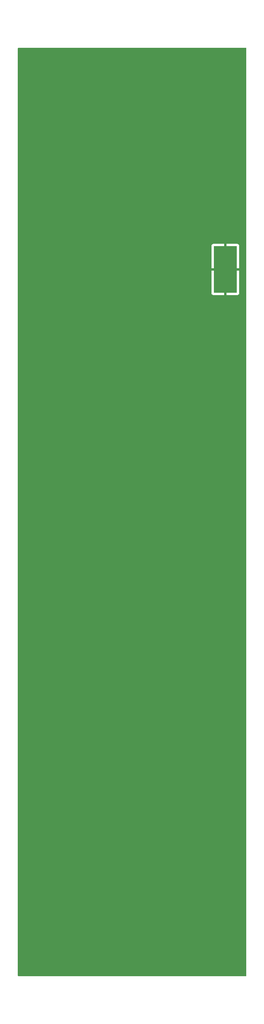
<source format=gbl>
%TF.GenerationSoftware,KiCad,Pcbnew,8.0.5*%
%TF.CreationDate,2024-12-03T23:29:58+01:00*%
%TF.ProjectId,DMH_Multiverter_PANEL,444d485f-4d75-46c7-9469-766572746572,rev?*%
%TF.SameCoordinates,Original*%
%TF.FileFunction,Copper,L2,Bot*%
%TF.FilePolarity,Positive*%
%FSLAX46Y46*%
G04 Gerber Fmt 4.6, Leading zero omitted, Abs format (unit mm)*
G04 Created by KiCad (PCBNEW 8.0.5) date 2024-12-03 23:29:58*
%MOMM*%
%LPD*%
G01*
G04 APERTURE LIST*
%TA.AperFunction,ConnectorPad*%
%ADD10C,12.000000*%
%TD*%
%TA.AperFunction,ComponentPad*%
%ADD11C,0.500000*%
%TD*%
%TA.AperFunction,ComponentPad*%
%ADD12C,4.000000*%
%TD*%
%TA.AperFunction,SMDPad,CuDef*%
%ADD13R,5.000000X10.000000*%
%TD*%
G04 APERTURE END LIST*
D10*
%TO.P,H10,1,1*%
%TO.N,GND*%
X83000000Y-97000000D03*
%TD*%
%TO.P,H7,1,1*%
%TO.N,GND*%
X83000000Y-58750000D03*
%TD*%
D11*
%TO.P,H18,1,1*%
%TO.N,GND*%
X69300000Y-159250000D03*
X70960000Y-155220000D03*
X70970000Y-163290000D03*
X75000000Y-153550000D03*
D10*
X75000000Y-159250000D03*
D11*
X75000000Y-164950000D03*
X79030000Y-163290000D03*
X79040000Y-155220000D03*
X80700000Y-159250000D03*
%TD*%
D12*
%TO.P,H3,1,1*%
%TO.N,GND*%
X53500000Y-226500000D03*
%TD*%
D11*
%TO.P,H23,1,1*%
%TO.N,GND*%
X52800000Y-192250000D03*
X54460000Y-188220000D03*
X54470000Y-196290000D03*
X58500000Y-186550000D03*
D10*
X58500000Y-192250000D03*
D11*
X58500000Y-197950000D03*
X62530000Y-196290000D03*
X62540000Y-188220000D03*
X64200000Y-192250000D03*
%TD*%
%TO.P,H27,1,1*%
%TO.N,GND*%
X69300000Y-208750000D03*
X70960000Y-204720000D03*
X70970000Y-212790000D03*
X75000000Y-203050000D03*
D10*
X75000000Y-208750000D03*
D11*
X75000000Y-214450000D03*
X79030000Y-212790000D03*
X79040000Y-204720000D03*
X80700000Y-208750000D03*
%TD*%
%TO.P,H12,1,1*%
%TO.N,GND*%
X69300000Y-126250000D03*
X70960000Y-122220000D03*
X70970000Y-130290000D03*
X75000000Y-120550000D03*
D10*
X75000000Y-126250000D03*
D11*
X75000000Y-131950000D03*
X79030000Y-130290000D03*
X79040000Y-122220000D03*
X80700000Y-126250000D03*
%TD*%
%TO.P,H5,1,1*%
%TO.N,GND*%
X52800000Y-50000000D03*
X54460000Y-45970000D03*
X54470000Y-54040000D03*
X58500000Y-44300000D03*
D10*
X58500000Y-50000000D03*
D11*
X58500000Y-55700000D03*
X62530000Y-54040000D03*
X62540000Y-45970000D03*
X64200000Y-50000000D03*
%TD*%
%TO.P,H22,1,1*%
%TO.N,GND*%
X85800000Y-175750000D03*
X87460000Y-171720000D03*
X87470000Y-179790000D03*
X91500000Y-170050000D03*
D10*
X91500000Y-175750000D03*
D11*
X91500000Y-181450000D03*
X95530000Y-179790000D03*
X95540000Y-171720000D03*
X97200000Y-175750000D03*
%TD*%
%TO.P,H15,1,1*%
%TO.N,GND*%
X69300000Y-142750000D03*
X70960000Y-138720000D03*
X70970000Y-146790000D03*
X75000000Y-137050000D03*
D10*
X75000000Y-142750000D03*
D11*
X75000000Y-148450000D03*
X79030000Y-146790000D03*
X79040000Y-138720000D03*
X80700000Y-142750000D03*
%TD*%
%TO.P,H24,1,1*%
%TO.N,GND*%
X69300000Y-192250000D03*
X70960000Y-188220000D03*
X70970000Y-196290000D03*
X75000000Y-186550000D03*
D10*
X75000000Y-192250000D03*
D11*
X75000000Y-197950000D03*
X79030000Y-196290000D03*
X79040000Y-188220000D03*
X80700000Y-192250000D03*
%TD*%
%TO.P,H8,1,1*%
%TO.N,GND*%
X52800000Y-88250000D03*
X54460000Y-84220000D03*
X54470000Y-92290000D03*
X58500000Y-82550000D03*
D10*
X58500000Y-88250000D03*
D11*
X58500000Y-93950000D03*
X62530000Y-92290000D03*
X62540000Y-84220000D03*
X64200000Y-88250000D03*
%TD*%
%TO.P,H26,1,1*%
%TO.N,GND*%
X52800000Y-208750000D03*
X54460000Y-204720000D03*
X54470000Y-212790000D03*
X58500000Y-203050000D03*
D10*
X58500000Y-208750000D03*
D11*
X58500000Y-214450000D03*
X62530000Y-212790000D03*
X62540000Y-204720000D03*
X64200000Y-208750000D03*
%TD*%
%TO.P,H28,1,1*%
%TO.N,GND*%
X85800000Y-208750000D03*
X87460000Y-204720000D03*
X87470000Y-212790000D03*
X91500000Y-203050000D03*
D10*
X91500000Y-208750000D03*
D11*
X91500000Y-214450000D03*
X95530000Y-212790000D03*
X95540000Y-204720000D03*
X97200000Y-208750000D03*
%TD*%
%TO.P,H21,1,1*%
%TO.N,GND*%
X69300000Y-175750000D03*
X70960000Y-171720000D03*
X70970000Y-179790000D03*
X75000000Y-170050000D03*
D10*
X75000000Y-175750000D03*
D11*
X75000000Y-181450000D03*
X79030000Y-179790000D03*
X79040000Y-171720000D03*
X80700000Y-175750000D03*
%TD*%
%TO.P,H25,1,1*%
%TO.N,GND*%
X85800000Y-192250000D03*
X87460000Y-188220000D03*
X87470000Y-196290000D03*
X91500000Y-186550000D03*
D10*
X91500000Y-192250000D03*
D11*
X91500000Y-197950000D03*
X95530000Y-196290000D03*
X95540000Y-188220000D03*
X97200000Y-192250000D03*
%TD*%
%TO.P,H11,1,1*%
%TO.N,GND*%
X52800000Y-126250000D03*
X54460000Y-122220000D03*
X54470000Y-130290000D03*
X58500000Y-120550000D03*
D10*
X58500000Y-126250000D03*
D11*
X58500000Y-131950000D03*
X62530000Y-130290000D03*
X62540000Y-122220000D03*
X64200000Y-126250000D03*
%TD*%
%TO.P,H17,1,1*%
%TO.N,GND*%
X52800000Y-159250000D03*
X54460000Y-155220000D03*
X54470000Y-163290000D03*
X58500000Y-153550000D03*
D10*
X58500000Y-159250000D03*
D11*
X58500000Y-164950000D03*
X62530000Y-163290000D03*
X62540000Y-155220000D03*
X64200000Y-159250000D03*
%TD*%
%TO.P,H16,1,1*%
%TO.N,GND*%
X85800000Y-142750000D03*
X87460000Y-138720000D03*
X87470000Y-146790000D03*
X91500000Y-137050000D03*
D10*
X91500000Y-142750000D03*
D11*
X91500000Y-148450000D03*
X95530000Y-146790000D03*
X95540000Y-138720000D03*
X97200000Y-142750000D03*
%TD*%
%TO.P,H9,1,1*%
%TO.N,GND*%
X52800000Y-105250000D03*
X54460000Y-101220000D03*
X54470000Y-109290000D03*
X58500000Y-99550000D03*
D10*
X58500000Y-105250000D03*
D11*
X58500000Y-110950000D03*
X62530000Y-109290000D03*
X62540000Y-101220000D03*
X64200000Y-105250000D03*
%TD*%
D12*
%TO.P,H2,1,1*%
%TO.N,GND*%
X96500000Y-33500000D03*
%TD*%
%TO.P,H4,1,1*%
%TO.N,GND*%
X96500000Y-226500000D03*
%TD*%
D11*
%TO.P,H14,1,1*%
%TO.N,GND*%
X52800000Y-142750000D03*
X54460000Y-138720000D03*
X54470000Y-146790000D03*
X58500000Y-137050000D03*
D10*
X58500000Y-142750000D03*
D11*
X58500000Y-148450000D03*
X62530000Y-146790000D03*
X62540000Y-138720000D03*
X64200000Y-142750000D03*
%TD*%
%TO.P,H20,1,1*%
%TO.N,GND*%
X52800000Y-175750000D03*
X54460000Y-171720000D03*
X54470000Y-179790000D03*
X58500000Y-170050000D03*
D10*
X58500000Y-175750000D03*
D11*
X58500000Y-181450000D03*
X62530000Y-179790000D03*
X62540000Y-171720000D03*
X64200000Y-175750000D03*
%TD*%
%TO.P,H6,1,1*%
%TO.N,GND*%
X52800000Y-67000000D03*
X54460000Y-62970000D03*
X54470000Y-71040000D03*
X58500000Y-61300000D03*
D10*
X58500000Y-67000000D03*
D11*
X58500000Y-72700000D03*
X62530000Y-71040000D03*
X62540000Y-62970000D03*
X64200000Y-67000000D03*
%TD*%
D12*
%TO.P,H1,1,1*%
%TO.N,GND*%
X53500000Y-33500000D03*
%TD*%
D11*
%TO.P,H13,1,1*%
%TO.N,GND*%
X85800000Y-126250000D03*
X87460000Y-122220000D03*
X87470000Y-130290000D03*
X91500000Y-120550000D03*
D10*
X91500000Y-126250000D03*
D11*
X91500000Y-131950000D03*
X95530000Y-130290000D03*
X95540000Y-122220000D03*
X97200000Y-126250000D03*
%TD*%
%TO.P,H19,1,1*%
%TO.N,GND*%
X85800000Y-159250000D03*
X87460000Y-155220000D03*
X87470000Y-163290000D03*
X91500000Y-153550000D03*
D10*
X91500000Y-159250000D03*
D11*
X91500000Y-164950000D03*
X95530000Y-163290000D03*
X95540000Y-155220000D03*
X97200000Y-159250000D03*
%TD*%
D13*
%TO.P,J0,1,Pin_1*%
%TO.N,GND*%
X95000000Y-78000000D03*
%TD*%
%TA.AperFunction,Conductor*%
%TO.N,GND*%
G36*
X99442539Y-30520185D02*
G01*
X99488294Y-30572989D01*
X99499500Y-30624500D01*
X99499500Y-229375500D01*
X99479815Y-229442539D01*
X99427011Y-229488294D01*
X99375500Y-229499500D01*
X50624500Y-229499500D01*
X50557461Y-229479815D01*
X50511706Y-229427011D01*
X50500500Y-229375500D01*
X50500500Y-208749993D01*
X53094630Y-208749993D01*
X53094630Y-208750006D01*
X53114101Y-209208394D01*
X53172381Y-209663513D01*
X53269043Y-210112028D01*
X53403399Y-210550746D01*
X53403401Y-210550751D01*
X53574468Y-210976468D01*
X53574472Y-210976479D01*
X53781026Y-211386154D01*
X53781037Y-211386174D01*
X53901317Y-211581521D01*
X54021599Y-211776871D01*
X54294429Y-212145762D01*
X54597560Y-212490186D01*
X54928809Y-212807662D01*
X55285788Y-213095902D01*
X55665925Y-213352830D01*
X56066482Y-213576595D01*
X56066485Y-213576596D01*
X56066494Y-213576601D01*
X56484566Y-213765581D01*
X56484573Y-213765584D01*
X56917185Y-213918435D01*
X57361201Y-214034048D01*
X57813422Y-214111589D01*
X57954946Y-214123634D01*
X58270571Y-214150499D01*
X58270588Y-214150499D01*
X58270590Y-214150500D01*
X58270591Y-214150500D01*
X58729409Y-214150500D01*
X58729410Y-214150500D01*
X58729411Y-214150499D01*
X58729428Y-214150499D01*
X59001523Y-214127339D01*
X59186578Y-214111589D01*
X59638799Y-214034048D01*
X60082815Y-213918435D01*
X60515427Y-213765584D01*
X60933518Y-213576595D01*
X61334075Y-213352830D01*
X61714212Y-213095902D01*
X62071191Y-212807662D01*
X62402440Y-212490186D01*
X62705571Y-212145762D01*
X62978401Y-211776871D01*
X63218964Y-211386172D01*
X63425527Y-210976479D01*
X63596601Y-210550744D01*
X63730955Y-210112035D01*
X63827619Y-209663512D01*
X63885897Y-209208407D01*
X63905370Y-208750000D01*
X63905370Y-208749993D01*
X69594630Y-208749993D01*
X69594630Y-208750006D01*
X69614101Y-209208394D01*
X69672381Y-209663513D01*
X69769043Y-210112028D01*
X69903399Y-210550746D01*
X69903401Y-210550751D01*
X70074468Y-210976468D01*
X70074472Y-210976479D01*
X70281026Y-211386154D01*
X70281037Y-211386174D01*
X70401317Y-211581521D01*
X70521599Y-211776871D01*
X70794429Y-212145762D01*
X71097560Y-212490186D01*
X71428809Y-212807662D01*
X71785788Y-213095902D01*
X72165925Y-213352830D01*
X72566482Y-213576595D01*
X72566485Y-213576596D01*
X72566494Y-213576601D01*
X72984566Y-213765581D01*
X72984573Y-213765584D01*
X73417185Y-213918435D01*
X73861201Y-214034048D01*
X74313422Y-214111589D01*
X74454946Y-214123634D01*
X74770571Y-214150499D01*
X74770588Y-214150499D01*
X74770590Y-214150500D01*
X74770591Y-214150500D01*
X75229409Y-214150500D01*
X75229410Y-214150500D01*
X75229411Y-214150499D01*
X75229428Y-214150499D01*
X75501523Y-214127339D01*
X75686578Y-214111589D01*
X76138799Y-214034048D01*
X76582815Y-213918435D01*
X77015427Y-213765584D01*
X77433518Y-213576595D01*
X77834075Y-213352830D01*
X78214212Y-213095902D01*
X78571191Y-212807662D01*
X78902440Y-212490186D01*
X79205571Y-212145762D01*
X79478401Y-211776871D01*
X79718964Y-211386172D01*
X79925527Y-210976479D01*
X80096601Y-210550744D01*
X80230955Y-210112035D01*
X80327619Y-209663512D01*
X80385897Y-209208407D01*
X80405370Y-208750000D01*
X80405370Y-208749993D01*
X86094630Y-208749993D01*
X86094630Y-208750006D01*
X86114101Y-209208394D01*
X86172381Y-209663513D01*
X86269043Y-210112028D01*
X86403399Y-210550746D01*
X86403401Y-210550751D01*
X86574468Y-210976468D01*
X86574472Y-210976479D01*
X86781026Y-211386154D01*
X86781037Y-211386174D01*
X86901317Y-211581521D01*
X87021599Y-211776871D01*
X87294429Y-212145762D01*
X87597560Y-212490186D01*
X87928809Y-212807662D01*
X88285788Y-213095902D01*
X88665925Y-213352830D01*
X89066482Y-213576595D01*
X89066485Y-213576596D01*
X89066494Y-213576601D01*
X89484566Y-213765581D01*
X89484573Y-213765584D01*
X89917185Y-213918435D01*
X90361201Y-214034048D01*
X90813422Y-214111589D01*
X90954946Y-214123634D01*
X91270571Y-214150499D01*
X91270588Y-214150499D01*
X91270590Y-214150500D01*
X91270591Y-214150500D01*
X91729409Y-214150500D01*
X91729410Y-214150500D01*
X91729411Y-214150499D01*
X91729428Y-214150499D01*
X92001523Y-214127339D01*
X92186578Y-214111589D01*
X92638799Y-214034048D01*
X93082815Y-213918435D01*
X93515427Y-213765584D01*
X93933518Y-213576595D01*
X94334075Y-213352830D01*
X94714212Y-213095902D01*
X95071191Y-212807662D01*
X95402440Y-212490186D01*
X95705571Y-212145762D01*
X95978401Y-211776871D01*
X96218964Y-211386172D01*
X96425527Y-210976479D01*
X96596601Y-210550744D01*
X96730955Y-210112035D01*
X96827619Y-209663512D01*
X96885897Y-209208407D01*
X96905370Y-208750000D01*
X96885897Y-208291593D01*
X96827619Y-207836488D01*
X96730955Y-207387965D01*
X96596601Y-206949256D01*
X96425527Y-206523521D01*
X96425527Y-206523520D01*
X96218973Y-206113845D01*
X96218962Y-206113825D01*
X96167601Y-206030410D01*
X95978401Y-205723129D01*
X95705571Y-205354238D01*
X95402440Y-205009814D01*
X95071191Y-204692338D01*
X94714212Y-204404098D01*
X94334075Y-204147170D01*
X94311723Y-204134683D01*
X93933526Y-203923409D01*
X93933505Y-203923398D01*
X93515433Y-203734418D01*
X93082810Y-203581563D01*
X92638797Y-203465951D01*
X92186588Y-203388412D01*
X92186562Y-203388409D01*
X91729428Y-203349500D01*
X91729410Y-203349500D01*
X91270590Y-203349500D01*
X91270571Y-203349500D01*
X90813437Y-203388409D01*
X90813411Y-203388412D01*
X90361202Y-203465951D01*
X89917189Y-203581563D01*
X89484566Y-203734418D01*
X89066494Y-203923398D01*
X89066473Y-203923409D01*
X88665933Y-204147165D01*
X88665914Y-204147177D01*
X88285793Y-204404094D01*
X87928806Y-204692340D01*
X87597559Y-205009814D01*
X87294435Y-205354230D01*
X87021598Y-205723130D01*
X86781037Y-206113825D01*
X86781026Y-206113845D01*
X86574472Y-206523520D01*
X86574468Y-206523531D01*
X86403401Y-206949248D01*
X86403399Y-206949253D01*
X86269043Y-207387971D01*
X86172381Y-207836486D01*
X86114101Y-208291605D01*
X86094630Y-208749993D01*
X80405370Y-208749993D01*
X80385897Y-208291593D01*
X80327619Y-207836488D01*
X80230955Y-207387965D01*
X80096601Y-206949256D01*
X79925527Y-206523521D01*
X79925527Y-206523520D01*
X79718973Y-206113845D01*
X79718962Y-206113825D01*
X79667601Y-206030410D01*
X79478401Y-205723129D01*
X79205571Y-205354238D01*
X78902440Y-205009814D01*
X78571191Y-204692338D01*
X78214212Y-204404098D01*
X77834075Y-204147170D01*
X77811723Y-204134683D01*
X77433526Y-203923409D01*
X77433505Y-203923398D01*
X77015433Y-203734418D01*
X76582810Y-203581563D01*
X76138797Y-203465951D01*
X75686588Y-203388412D01*
X75686562Y-203388409D01*
X75229428Y-203349500D01*
X75229410Y-203349500D01*
X74770590Y-203349500D01*
X74770571Y-203349500D01*
X74313437Y-203388409D01*
X74313411Y-203388412D01*
X73861202Y-203465951D01*
X73417189Y-203581563D01*
X72984566Y-203734418D01*
X72566494Y-203923398D01*
X72566473Y-203923409D01*
X72165933Y-204147165D01*
X72165914Y-204147177D01*
X71785793Y-204404094D01*
X71428806Y-204692340D01*
X71097559Y-205009814D01*
X70794435Y-205354230D01*
X70521598Y-205723130D01*
X70281037Y-206113825D01*
X70281026Y-206113845D01*
X70074472Y-206523520D01*
X70074468Y-206523531D01*
X69903401Y-206949248D01*
X69903399Y-206949253D01*
X69769043Y-207387971D01*
X69672381Y-207836486D01*
X69614101Y-208291605D01*
X69594630Y-208749993D01*
X63905370Y-208749993D01*
X63885897Y-208291593D01*
X63827619Y-207836488D01*
X63730955Y-207387965D01*
X63596601Y-206949256D01*
X63425527Y-206523521D01*
X63425527Y-206523520D01*
X63218973Y-206113845D01*
X63218962Y-206113825D01*
X63167601Y-206030410D01*
X62978401Y-205723129D01*
X62705571Y-205354238D01*
X62402440Y-205009814D01*
X62071191Y-204692338D01*
X61714212Y-204404098D01*
X61334075Y-204147170D01*
X61311723Y-204134683D01*
X60933526Y-203923409D01*
X60933505Y-203923398D01*
X60515433Y-203734418D01*
X60082810Y-203581563D01*
X59638797Y-203465951D01*
X59186588Y-203388412D01*
X59186562Y-203388409D01*
X58729428Y-203349500D01*
X58729410Y-203349500D01*
X58270590Y-203349500D01*
X58270571Y-203349500D01*
X57813437Y-203388409D01*
X57813411Y-203388412D01*
X57361202Y-203465951D01*
X56917189Y-203581563D01*
X56484566Y-203734418D01*
X56066494Y-203923398D01*
X56066473Y-203923409D01*
X55665933Y-204147165D01*
X55665914Y-204147177D01*
X55285793Y-204404094D01*
X54928806Y-204692340D01*
X54597559Y-205009814D01*
X54294435Y-205354230D01*
X54021598Y-205723130D01*
X53781037Y-206113825D01*
X53781026Y-206113845D01*
X53574472Y-206523520D01*
X53574468Y-206523531D01*
X53403401Y-206949248D01*
X53403399Y-206949253D01*
X53269043Y-207387971D01*
X53172381Y-207836486D01*
X53114101Y-208291605D01*
X53094630Y-208749993D01*
X50500500Y-208749993D01*
X50500500Y-192249993D01*
X53094630Y-192249993D01*
X53094630Y-192250006D01*
X53114101Y-192708394D01*
X53172381Y-193163513D01*
X53269043Y-193612028D01*
X53403399Y-194050746D01*
X53403401Y-194050751D01*
X53574468Y-194476468D01*
X53574472Y-194476479D01*
X53781026Y-194886154D01*
X53781037Y-194886174D01*
X53901317Y-195081521D01*
X54021599Y-195276871D01*
X54294429Y-195645762D01*
X54597560Y-195990186D01*
X54928809Y-196307662D01*
X55285788Y-196595902D01*
X55665925Y-196852830D01*
X56066482Y-197076595D01*
X56066485Y-197076596D01*
X56066494Y-197076601D01*
X56484566Y-197265581D01*
X56484573Y-197265584D01*
X56917185Y-197418435D01*
X57361201Y-197534048D01*
X57813422Y-197611589D01*
X57954946Y-197623634D01*
X58270571Y-197650499D01*
X58270588Y-197650499D01*
X58270590Y-197650500D01*
X58270591Y-197650500D01*
X58729409Y-197650500D01*
X58729410Y-197650500D01*
X58729411Y-197650499D01*
X58729428Y-197650499D01*
X59001523Y-197627339D01*
X59186578Y-197611589D01*
X59638799Y-197534048D01*
X60082815Y-197418435D01*
X60515427Y-197265584D01*
X60933518Y-197076595D01*
X61334075Y-196852830D01*
X61714212Y-196595902D01*
X62071191Y-196307662D01*
X62402440Y-195990186D01*
X62705571Y-195645762D01*
X62978401Y-195276871D01*
X63218964Y-194886172D01*
X63425527Y-194476479D01*
X63596601Y-194050744D01*
X63730955Y-193612035D01*
X63827619Y-193163512D01*
X63885897Y-192708407D01*
X63905370Y-192250000D01*
X63905370Y-192249993D01*
X69594630Y-192249993D01*
X69594630Y-192250006D01*
X69614101Y-192708394D01*
X69672381Y-193163513D01*
X69769043Y-193612028D01*
X69903399Y-194050746D01*
X69903401Y-194050751D01*
X70074468Y-194476468D01*
X70074472Y-194476479D01*
X70281026Y-194886154D01*
X70281037Y-194886174D01*
X70401317Y-195081521D01*
X70521599Y-195276871D01*
X70794429Y-195645762D01*
X71097560Y-195990186D01*
X71428809Y-196307662D01*
X71785788Y-196595902D01*
X72165925Y-196852830D01*
X72566482Y-197076595D01*
X72566485Y-197076596D01*
X72566494Y-197076601D01*
X72984566Y-197265581D01*
X72984573Y-197265584D01*
X73417185Y-197418435D01*
X73861201Y-197534048D01*
X74313422Y-197611589D01*
X74454946Y-197623634D01*
X74770571Y-197650499D01*
X74770588Y-197650499D01*
X74770590Y-197650500D01*
X74770591Y-197650500D01*
X75229409Y-197650500D01*
X75229410Y-197650500D01*
X75229411Y-197650499D01*
X75229428Y-197650499D01*
X75501523Y-197627339D01*
X75686578Y-197611589D01*
X76138799Y-197534048D01*
X76582815Y-197418435D01*
X77015427Y-197265584D01*
X77433518Y-197076595D01*
X77834075Y-196852830D01*
X78214212Y-196595902D01*
X78571191Y-196307662D01*
X78902440Y-195990186D01*
X79205571Y-195645762D01*
X79478401Y-195276871D01*
X79718964Y-194886172D01*
X79925527Y-194476479D01*
X80096601Y-194050744D01*
X80230955Y-193612035D01*
X80327619Y-193163512D01*
X80385897Y-192708407D01*
X80405370Y-192250000D01*
X80405370Y-192249993D01*
X86094630Y-192249993D01*
X86094630Y-192250006D01*
X86114101Y-192708394D01*
X86172381Y-193163513D01*
X86269043Y-193612028D01*
X86403399Y-194050746D01*
X86403401Y-194050751D01*
X86574468Y-194476468D01*
X86574472Y-194476479D01*
X86781026Y-194886154D01*
X86781037Y-194886174D01*
X86901317Y-195081521D01*
X87021599Y-195276871D01*
X87294429Y-195645762D01*
X87597560Y-195990186D01*
X87928809Y-196307662D01*
X88285788Y-196595902D01*
X88665925Y-196852830D01*
X89066482Y-197076595D01*
X89066485Y-197076596D01*
X89066494Y-197076601D01*
X89484566Y-197265581D01*
X89484573Y-197265584D01*
X89917185Y-197418435D01*
X90361201Y-197534048D01*
X90813422Y-197611589D01*
X90954946Y-197623634D01*
X91270571Y-197650499D01*
X91270588Y-197650499D01*
X91270590Y-197650500D01*
X91270591Y-197650500D01*
X91729409Y-197650500D01*
X91729410Y-197650500D01*
X91729411Y-197650499D01*
X91729428Y-197650499D01*
X92001523Y-197627339D01*
X92186578Y-197611589D01*
X92638799Y-197534048D01*
X93082815Y-197418435D01*
X93515427Y-197265584D01*
X93933518Y-197076595D01*
X94334075Y-196852830D01*
X94714212Y-196595902D01*
X95071191Y-196307662D01*
X95402440Y-195990186D01*
X95705571Y-195645762D01*
X95978401Y-195276871D01*
X96218964Y-194886172D01*
X96425527Y-194476479D01*
X96596601Y-194050744D01*
X96730955Y-193612035D01*
X96827619Y-193163512D01*
X96885897Y-192708407D01*
X96905370Y-192250000D01*
X96885897Y-191791593D01*
X96827619Y-191336488D01*
X96730955Y-190887965D01*
X96596601Y-190449256D01*
X96425527Y-190023521D01*
X96425527Y-190023520D01*
X96218973Y-189613845D01*
X96218962Y-189613825D01*
X96167601Y-189530410D01*
X95978401Y-189223129D01*
X95705571Y-188854238D01*
X95402440Y-188509814D01*
X95071191Y-188192338D01*
X94714212Y-187904098D01*
X94334075Y-187647170D01*
X94311723Y-187634683D01*
X93933526Y-187423409D01*
X93933505Y-187423398D01*
X93515433Y-187234418D01*
X93082810Y-187081563D01*
X92638797Y-186965951D01*
X92186588Y-186888412D01*
X92186562Y-186888409D01*
X91729428Y-186849500D01*
X91729410Y-186849500D01*
X91270590Y-186849500D01*
X91270571Y-186849500D01*
X90813437Y-186888409D01*
X90813411Y-186888412D01*
X90361202Y-186965951D01*
X89917189Y-187081563D01*
X89484566Y-187234418D01*
X89066494Y-187423398D01*
X89066473Y-187423409D01*
X88665933Y-187647165D01*
X88665914Y-187647177D01*
X88285793Y-187904094D01*
X87928806Y-188192340D01*
X87597559Y-188509814D01*
X87294435Y-188854230D01*
X87021598Y-189223130D01*
X86781037Y-189613825D01*
X86781026Y-189613845D01*
X86574472Y-190023520D01*
X86574468Y-190023531D01*
X86403401Y-190449248D01*
X86403399Y-190449253D01*
X86269043Y-190887971D01*
X86172381Y-191336486D01*
X86114101Y-191791605D01*
X86094630Y-192249993D01*
X80405370Y-192249993D01*
X80385897Y-191791593D01*
X80327619Y-191336488D01*
X80230955Y-190887965D01*
X80096601Y-190449256D01*
X79925527Y-190023521D01*
X79925527Y-190023520D01*
X79718973Y-189613845D01*
X79718962Y-189613825D01*
X79667601Y-189530410D01*
X79478401Y-189223129D01*
X79205571Y-188854238D01*
X78902440Y-188509814D01*
X78571191Y-188192338D01*
X78214212Y-187904098D01*
X77834075Y-187647170D01*
X77811723Y-187634683D01*
X77433526Y-187423409D01*
X77433505Y-187423398D01*
X77015433Y-187234418D01*
X76582810Y-187081563D01*
X76138797Y-186965951D01*
X75686588Y-186888412D01*
X75686562Y-186888409D01*
X75229428Y-186849500D01*
X75229410Y-186849500D01*
X74770590Y-186849500D01*
X74770571Y-186849500D01*
X74313437Y-186888409D01*
X74313411Y-186888412D01*
X73861202Y-186965951D01*
X73417189Y-187081563D01*
X72984566Y-187234418D01*
X72566494Y-187423398D01*
X72566473Y-187423409D01*
X72165933Y-187647165D01*
X72165914Y-187647177D01*
X71785793Y-187904094D01*
X71428806Y-188192340D01*
X71097559Y-188509814D01*
X70794435Y-188854230D01*
X70521598Y-189223130D01*
X70281037Y-189613825D01*
X70281026Y-189613845D01*
X70074472Y-190023520D01*
X70074468Y-190023531D01*
X69903401Y-190449248D01*
X69903399Y-190449253D01*
X69769043Y-190887971D01*
X69672381Y-191336486D01*
X69614101Y-191791605D01*
X69594630Y-192249993D01*
X63905370Y-192249993D01*
X63885897Y-191791593D01*
X63827619Y-191336488D01*
X63730955Y-190887965D01*
X63596601Y-190449256D01*
X63425527Y-190023521D01*
X63425527Y-190023520D01*
X63218973Y-189613845D01*
X63218962Y-189613825D01*
X63167601Y-189530410D01*
X62978401Y-189223129D01*
X62705571Y-188854238D01*
X62402440Y-188509814D01*
X62071191Y-188192338D01*
X61714212Y-187904098D01*
X61334075Y-187647170D01*
X61311723Y-187634683D01*
X60933526Y-187423409D01*
X60933505Y-187423398D01*
X60515433Y-187234418D01*
X60082810Y-187081563D01*
X59638797Y-186965951D01*
X59186588Y-186888412D01*
X59186562Y-186888409D01*
X58729428Y-186849500D01*
X58729410Y-186849500D01*
X58270590Y-186849500D01*
X58270571Y-186849500D01*
X57813437Y-186888409D01*
X57813411Y-186888412D01*
X57361202Y-186965951D01*
X56917189Y-187081563D01*
X56484566Y-187234418D01*
X56066494Y-187423398D01*
X56066473Y-187423409D01*
X55665933Y-187647165D01*
X55665914Y-187647177D01*
X55285793Y-187904094D01*
X54928806Y-188192340D01*
X54597559Y-188509814D01*
X54294435Y-188854230D01*
X54021598Y-189223130D01*
X53781037Y-189613825D01*
X53781026Y-189613845D01*
X53574472Y-190023520D01*
X53574468Y-190023531D01*
X53403401Y-190449248D01*
X53403399Y-190449253D01*
X53269043Y-190887971D01*
X53172381Y-191336486D01*
X53114101Y-191791605D01*
X53094630Y-192249993D01*
X50500500Y-192249993D01*
X50500500Y-175749993D01*
X53094630Y-175749993D01*
X53094630Y-175750006D01*
X53114101Y-176208394D01*
X53172381Y-176663513D01*
X53269043Y-177112028D01*
X53403399Y-177550746D01*
X53403401Y-177550751D01*
X53574468Y-177976468D01*
X53574472Y-177976479D01*
X53781026Y-178386154D01*
X53781037Y-178386174D01*
X53901317Y-178581521D01*
X54021599Y-178776871D01*
X54294429Y-179145762D01*
X54597560Y-179490186D01*
X54928809Y-179807662D01*
X55285788Y-180095902D01*
X55665925Y-180352830D01*
X56066482Y-180576595D01*
X56066485Y-180576596D01*
X56066494Y-180576601D01*
X56484566Y-180765581D01*
X56484573Y-180765584D01*
X56917185Y-180918435D01*
X57361201Y-181034048D01*
X57813422Y-181111589D01*
X57954946Y-181123634D01*
X58270571Y-181150499D01*
X58270588Y-181150499D01*
X58270590Y-181150500D01*
X58270591Y-181150500D01*
X58729409Y-181150500D01*
X58729410Y-181150500D01*
X58729411Y-181150499D01*
X58729428Y-181150499D01*
X59001523Y-181127339D01*
X59186578Y-181111589D01*
X59638799Y-181034048D01*
X60082815Y-180918435D01*
X60515427Y-180765584D01*
X60933518Y-180576595D01*
X61334075Y-180352830D01*
X61714212Y-180095902D01*
X62071191Y-179807662D01*
X62402440Y-179490186D01*
X62705571Y-179145762D01*
X62978401Y-178776871D01*
X63218964Y-178386172D01*
X63425527Y-177976479D01*
X63596601Y-177550744D01*
X63730955Y-177112035D01*
X63827619Y-176663512D01*
X63885897Y-176208407D01*
X63905370Y-175750000D01*
X63905370Y-175749993D01*
X69594630Y-175749993D01*
X69594630Y-175750006D01*
X69614101Y-176208394D01*
X69672381Y-176663513D01*
X69769043Y-177112028D01*
X69903399Y-177550746D01*
X69903401Y-177550751D01*
X70074468Y-177976468D01*
X70074472Y-177976479D01*
X70281026Y-178386154D01*
X70281037Y-178386174D01*
X70401317Y-178581521D01*
X70521599Y-178776871D01*
X70794429Y-179145762D01*
X71097560Y-179490186D01*
X71428809Y-179807662D01*
X71785788Y-180095902D01*
X72165925Y-180352830D01*
X72566482Y-180576595D01*
X72566485Y-180576596D01*
X72566494Y-180576601D01*
X72984566Y-180765581D01*
X72984573Y-180765584D01*
X73417185Y-180918435D01*
X73861201Y-181034048D01*
X74313422Y-181111589D01*
X74454946Y-181123634D01*
X74770571Y-181150499D01*
X74770588Y-181150499D01*
X74770590Y-181150500D01*
X74770591Y-181150500D01*
X75229409Y-181150500D01*
X75229410Y-181150500D01*
X75229411Y-181150499D01*
X75229428Y-181150499D01*
X75501523Y-181127339D01*
X75686578Y-181111589D01*
X76138799Y-181034048D01*
X76582815Y-180918435D01*
X77015427Y-180765584D01*
X77433518Y-180576595D01*
X77834075Y-180352830D01*
X78214212Y-180095902D01*
X78571191Y-179807662D01*
X78902440Y-179490186D01*
X79205571Y-179145762D01*
X79478401Y-178776871D01*
X79718964Y-178386172D01*
X79925527Y-177976479D01*
X80096601Y-177550744D01*
X80230955Y-177112035D01*
X80327619Y-176663512D01*
X80385897Y-176208407D01*
X80405370Y-175750000D01*
X80405370Y-175749993D01*
X86094630Y-175749993D01*
X86094630Y-175750006D01*
X86114101Y-176208394D01*
X86172381Y-176663513D01*
X86269043Y-177112028D01*
X86403399Y-177550746D01*
X86403401Y-177550751D01*
X86574468Y-177976468D01*
X86574472Y-177976479D01*
X86781026Y-178386154D01*
X86781037Y-178386174D01*
X86901317Y-178581521D01*
X87021599Y-178776871D01*
X87294429Y-179145762D01*
X87597560Y-179490186D01*
X87928809Y-179807662D01*
X88285788Y-180095902D01*
X88665925Y-180352830D01*
X89066482Y-180576595D01*
X89066485Y-180576596D01*
X89066494Y-180576601D01*
X89484566Y-180765581D01*
X89484573Y-180765584D01*
X89917185Y-180918435D01*
X90361201Y-181034048D01*
X90813422Y-181111589D01*
X90954946Y-181123634D01*
X91270571Y-181150499D01*
X91270588Y-181150499D01*
X91270590Y-181150500D01*
X91270591Y-181150500D01*
X91729409Y-181150500D01*
X91729410Y-181150500D01*
X91729411Y-181150499D01*
X91729428Y-181150499D01*
X92001523Y-181127339D01*
X92186578Y-181111589D01*
X92638799Y-181034048D01*
X93082815Y-180918435D01*
X93515427Y-180765584D01*
X93933518Y-180576595D01*
X94334075Y-180352830D01*
X94714212Y-180095902D01*
X95071191Y-179807662D01*
X95402440Y-179490186D01*
X95705571Y-179145762D01*
X95978401Y-178776871D01*
X96218964Y-178386172D01*
X96425527Y-177976479D01*
X96596601Y-177550744D01*
X96730955Y-177112035D01*
X96827619Y-176663512D01*
X96885897Y-176208407D01*
X96905370Y-175750000D01*
X96885897Y-175291593D01*
X96827619Y-174836488D01*
X96730955Y-174387965D01*
X96596601Y-173949256D01*
X96425527Y-173523521D01*
X96425527Y-173523520D01*
X96218973Y-173113845D01*
X96218962Y-173113825D01*
X96167601Y-173030410D01*
X95978401Y-172723129D01*
X95705571Y-172354238D01*
X95402440Y-172009814D01*
X95071191Y-171692338D01*
X94714212Y-171404098D01*
X94334075Y-171147170D01*
X94311723Y-171134683D01*
X93933526Y-170923409D01*
X93933505Y-170923398D01*
X93515433Y-170734418D01*
X93082810Y-170581563D01*
X92638797Y-170465951D01*
X92186588Y-170388412D01*
X92186562Y-170388409D01*
X91729428Y-170349500D01*
X91729410Y-170349500D01*
X91270590Y-170349500D01*
X91270571Y-170349500D01*
X90813437Y-170388409D01*
X90813411Y-170388412D01*
X90361202Y-170465951D01*
X89917189Y-170581563D01*
X89484566Y-170734418D01*
X89066494Y-170923398D01*
X89066473Y-170923409D01*
X88665933Y-171147165D01*
X88665914Y-171147177D01*
X88285793Y-171404094D01*
X87928806Y-171692340D01*
X87597559Y-172009814D01*
X87294435Y-172354230D01*
X87021598Y-172723130D01*
X86781037Y-173113825D01*
X86781026Y-173113845D01*
X86574472Y-173523520D01*
X86574468Y-173523531D01*
X86403401Y-173949248D01*
X86403399Y-173949253D01*
X86269043Y-174387971D01*
X86172381Y-174836486D01*
X86114101Y-175291605D01*
X86094630Y-175749993D01*
X80405370Y-175749993D01*
X80385897Y-175291593D01*
X80327619Y-174836488D01*
X80230955Y-174387965D01*
X80096601Y-173949256D01*
X79925527Y-173523521D01*
X79925527Y-173523520D01*
X79718973Y-173113845D01*
X79718962Y-173113825D01*
X79667601Y-173030410D01*
X79478401Y-172723129D01*
X79205571Y-172354238D01*
X78902440Y-172009814D01*
X78571191Y-171692338D01*
X78214212Y-171404098D01*
X77834075Y-171147170D01*
X77811723Y-171134683D01*
X77433526Y-170923409D01*
X77433505Y-170923398D01*
X77015433Y-170734418D01*
X76582810Y-170581563D01*
X76138797Y-170465951D01*
X75686588Y-170388412D01*
X75686562Y-170388409D01*
X75229428Y-170349500D01*
X75229410Y-170349500D01*
X74770590Y-170349500D01*
X74770571Y-170349500D01*
X74313437Y-170388409D01*
X74313411Y-170388412D01*
X73861202Y-170465951D01*
X73417189Y-170581563D01*
X72984566Y-170734418D01*
X72566494Y-170923398D01*
X72566473Y-170923409D01*
X72165933Y-171147165D01*
X72165914Y-171147177D01*
X71785793Y-171404094D01*
X71428806Y-171692340D01*
X71097559Y-172009814D01*
X70794435Y-172354230D01*
X70521598Y-172723130D01*
X70281037Y-173113825D01*
X70281026Y-173113845D01*
X70074472Y-173523520D01*
X70074468Y-173523531D01*
X69903401Y-173949248D01*
X69903399Y-173949253D01*
X69769043Y-174387971D01*
X69672381Y-174836486D01*
X69614101Y-175291605D01*
X69594630Y-175749993D01*
X63905370Y-175749993D01*
X63885897Y-175291593D01*
X63827619Y-174836488D01*
X63730955Y-174387965D01*
X63596601Y-173949256D01*
X63425527Y-173523521D01*
X63425527Y-173523520D01*
X63218973Y-173113845D01*
X63218962Y-173113825D01*
X63167601Y-173030410D01*
X62978401Y-172723129D01*
X62705571Y-172354238D01*
X62402440Y-172009814D01*
X62071191Y-171692338D01*
X61714212Y-171404098D01*
X61334075Y-171147170D01*
X61311723Y-171134683D01*
X60933526Y-170923409D01*
X60933505Y-170923398D01*
X60515433Y-170734418D01*
X60082810Y-170581563D01*
X59638797Y-170465951D01*
X59186588Y-170388412D01*
X59186562Y-170388409D01*
X58729428Y-170349500D01*
X58729410Y-170349500D01*
X58270590Y-170349500D01*
X58270571Y-170349500D01*
X57813437Y-170388409D01*
X57813411Y-170388412D01*
X57361202Y-170465951D01*
X56917189Y-170581563D01*
X56484566Y-170734418D01*
X56066494Y-170923398D01*
X56066473Y-170923409D01*
X55665933Y-171147165D01*
X55665914Y-171147177D01*
X55285793Y-171404094D01*
X54928806Y-171692340D01*
X54597559Y-172009814D01*
X54294435Y-172354230D01*
X54021598Y-172723130D01*
X53781037Y-173113825D01*
X53781026Y-173113845D01*
X53574472Y-173523520D01*
X53574468Y-173523531D01*
X53403401Y-173949248D01*
X53403399Y-173949253D01*
X53269043Y-174387971D01*
X53172381Y-174836486D01*
X53114101Y-175291605D01*
X53094630Y-175749993D01*
X50500500Y-175749993D01*
X50500500Y-159249993D01*
X53094630Y-159249993D01*
X53094630Y-159250006D01*
X53114101Y-159708394D01*
X53172381Y-160163513D01*
X53269043Y-160612028D01*
X53403399Y-161050746D01*
X53403401Y-161050751D01*
X53574468Y-161476468D01*
X53574472Y-161476479D01*
X53781026Y-161886154D01*
X53781037Y-161886174D01*
X53901317Y-162081521D01*
X54021599Y-162276871D01*
X54294429Y-162645762D01*
X54597560Y-162990186D01*
X54928809Y-163307662D01*
X55285788Y-163595902D01*
X55665925Y-163852830D01*
X56066482Y-164076595D01*
X56066485Y-164076596D01*
X56066494Y-164076601D01*
X56484566Y-164265581D01*
X56484573Y-164265584D01*
X56917185Y-164418435D01*
X57361201Y-164534048D01*
X57813422Y-164611589D01*
X57954946Y-164623634D01*
X58270571Y-164650499D01*
X58270588Y-164650499D01*
X58270590Y-164650500D01*
X58270591Y-164650500D01*
X58729409Y-164650500D01*
X58729410Y-164650500D01*
X58729411Y-164650499D01*
X58729428Y-164650499D01*
X59001523Y-164627339D01*
X59186578Y-164611589D01*
X59638799Y-164534048D01*
X60082815Y-164418435D01*
X60515427Y-164265584D01*
X60933518Y-164076595D01*
X61334075Y-163852830D01*
X61714212Y-163595902D01*
X62071191Y-163307662D01*
X62402440Y-162990186D01*
X62705571Y-162645762D01*
X62978401Y-162276871D01*
X63218964Y-161886172D01*
X63425527Y-161476479D01*
X63596601Y-161050744D01*
X63730955Y-160612035D01*
X63827619Y-160163512D01*
X63885897Y-159708407D01*
X63905370Y-159250000D01*
X63905370Y-159249993D01*
X69594630Y-159249993D01*
X69594630Y-159250006D01*
X69614101Y-159708394D01*
X69672381Y-160163513D01*
X69769043Y-160612028D01*
X69903399Y-161050746D01*
X69903401Y-161050751D01*
X70074468Y-161476468D01*
X70074472Y-161476479D01*
X70281026Y-161886154D01*
X70281037Y-161886174D01*
X70401317Y-162081521D01*
X70521599Y-162276871D01*
X70794429Y-162645762D01*
X71097560Y-162990186D01*
X71428809Y-163307662D01*
X71785788Y-163595902D01*
X72165925Y-163852830D01*
X72566482Y-164076595D01*
X72566485Y-164076596D01*
X72566494Y-164076601D01*
X72984566Y-164265581D01*
X72984573Y-164265584D01*
X73417185Y-164418435D01*
X73861201Y-164534048D01*
X74313422Y-164611589D01*
X74454946Y-164623634D01*
X74770571Y-164650499D01*
X74770588Y-164650499D01*
X74770590Y-164650500D01*
X74770591Y-164650500D01*
X75229409Y-164650500D01*
X75229410Y-164650500D01*
X75229411Y-164650499D01*
X75229428Y-164650499D01*
X75501523Y-164627339D01*
X75686578Y-164611589D01*
X76138799Y-164534048D01*
X76582815Y-164418435D01*
X77015427Y-164265584D01*
X77433518Y-164076595D01*
X77834075Y-163852830D01*
X78214212Y-163595902D01*
X78571191Y-163307662D01*
X78902440Y-162990186D01*
X79205571Y-162645762D01*
X79478401Y-162276871D01*
X79718964Y-161886172D01*
X79925527Y-161476479D01*
X80096601Y-161050744D01*
X80230955Y-160612035D01*
X80327619Y-160163512D01*
X80385897Y-159708407D01*
X80405370Y-159250000D01*
X80405370Y-159249993D01*
X86094630Y-159249993D01*
X86094630Y-159250006D01*
X86114101Y-159708394D01*
X86172381Y-160163513D01*
X86269043Y-160612028D01*
X86403399Y-161050746D01*
X86403401Y-161050751D01*
X86574468Y-161476468D01*
X86574472Y-161476479D01*
X86781026Y-161886154D01*
X86781037Y-161886174D01*
X86901317Y-162081521D01*
X87021599Y-162276871D01*
X87294429Y-162645762D01*
X87597560Y-162990186D01*
X87928809Y-163307662D01*
X88285788Y-163595902D01*
X88665925Y-163852830D01*
X89066482Y-164076595D01*
X89066485Y-164076596D01*
X89066494Y-164076601D01*
X89484566Y-164265581D01*
X89484573Y-164265584D01*
X89917185Y-164418435D01*
X90361201Y-164534048D01*
X90813422Y-164611589D01*
X90954946Y-164623634D01*
X91270571Y-164650499D01*
X91270588Y-164650499D01*
X91270590Y-164650500D01*
X91270591Y-164650500D01*
X91729409Y-164650500D01*
X91729410Y-164650500D01*
X91729411Y-164650499D01*
X91729428Y-164650499D01*
X92001523Y-164627339D01*
X92186578Y-164611589D01*
X92638799Y-164534048D01*
X93082815Y-164418435D01*
X93515427Y-164265584D01*
X93933518Y-164076595D01*
X94334075Y-163852830D01*
X94714212Y-163595902D01*
X95071191Y-163307662D01*
X95402440Y-162990186D01*
X95705571Y-162645762D01*
X95978401Y-162276871D01*
X96218964Y-161886172D01*
X96425527Y-161476479D01*
X96596601Y-161050744D01*
X96730955Y-160612035D01*
X96827619Y-160163512D01*
X96885897Y-159708407D01*
X96905370Y-159250000D01*
X96885897Y-158791593D01*
X96827619Y-158336488D01*
X96730955Y-157887965D01*
X96596601Y-157449256D01*
X96425527Y-157023521D01*
X96425527Y-157023520D01*
X96218973Y-156613845D01*
X96218962Y-156613825D01*
X96167601Y-156530410D01*
X95978401Y-156223129D01*
X95705571Y-155854238D01*
X95402440Y-155509814D01*
X95071191Y-155192338D01*
X94714212Y-154904098D01*
X94334075Y-154647170D01*
X94311723Y-154634683D01*
X93933526Y-154423409D01*
X93933505Y-154423398D01*
X93515433Y-154234418D01*
X93082810Y-154081563D01*
X92638797Y-153965951D01*
X92186588Y-153888412D01*
X92186562Y-153888409D01*
X91729428Y-153849500D01*
X91729410Y-153849500D01*
X91270590Y-153849500D01*
X91270571Y-153849500D01*
X90813437Y-153888409D01*
X90813411Y-153888412D01*
X90361202Y-153965951D01*
X89917189Y-154081563D01*
X89484566Y-154234418D01*
X89066494Y-154423398D01*
X89066473Y-154423409D01*
X88665933Y-154647165D01*
X88665914Y-154647177D01*
X88285793Y-154904094D01*
X87928806Y-155192340D01*
X87597559Y-155509814D01*
X87294435Y-155854230D01*
X87021598Y-156223130D01*
X86781037Y-156613825D01*
X86781026Y-156613845D01*
X86574472Y-157023520D01*
X86574468Y-157023531D01*
X86403401Y-157449248D01*
X86403399Y-157449253D01*
X86269043Y-157887971D01*
X86172381Y-158336486D01*
X86114101Y-158791605D01*
X86094630Y-159249993D01*
X80405370Y-159249993D01*
X80385897Y-158791593D01*
X80327619Y-158336488D01*
X80230955Y-157887965D01*
X80096601Y-157449256D01*
X79925527Y-157023521D01*
X79925527Y-157023520D01*
X79718973Y-156613845D01*
X79718962Y-156613825D01*
X79667601Y-156530410D01*
X79478401Y-156223129D01*
X79205571Y-155854238D01*
X78902440Y-155509814D01*
X78571191Y-155192338D01*
X78214212Y-154904098D01*
X77834075Y-154647170D01*
X77811723Y-154634683D01*
X77433526Y-154423409D01*
X77433505Y-154423398D01*
X77015433Y-154234418D01*
X76582810Y-154081563D01*
X76138797Y-153965951D01*
X75686588Y-153888412D01*
X75686562Y-153888409D01*
X75229428Y-153849500D01*
X75229410Y-153849500D01*
X74770590Y-153849500D01*
X74770571Y-153849500D01*
X74313437Y-153888409D01*
X74313411Y-153888412D01*
X73861202Y-153965951D01*
X73417189Y-154081563D01*
X72984566Y-154234418D01*
X72566494Y-154423398D01*
X72566473Y-154423409D01*
X72165933Y-154647165D01*
X72165914Y-154647177D01*
X71785793Y-154904094D01*
X71428806Y-155192340D01*
X71097559Y-155509814D01*
X70794435Y-155854230D01*
X70521598Y-156223130D01*
X70281037Y-156613825D01*
X70281026Y-156613845D01*
X70074472Y-157023520D01*
X70074468Y-157023531D01*
X69903401Y-157449248D01*
X69903399Y-157449253D01*
X69769043Y-157887971D01*
X69672381Y-158336486D01*
X69614101Y-158791605D01*
X69594630Y-159249993D01*
X63905370Y-159249993D01*
X63885897Y-158791593D01*
X63827619Y-158336488D01*
X63730955Y-157887965D01*
X63596601Y-157449256D01*
X63425527Y-157023521D01*
X63425527Y-157023520D01*
X63218973Y-156613845D01*
X63218962Y-156613825D01*
X63167601Y-156530410D01*
X62978401Y-156223129D01*
X62705571Y-155854238D01*
X62402440Y-155509814D01*
X62071191Y-155192338D01*
X61714212Y-154904098D01*
X61334075Y-154647170D01*
X61311723Y-154634683D01*
X60933526Y-154423409D01*
X60933505Y-154423398D01*
X60515433Y-154234418D01*
X60082810Y-154081563D01*
X59638797Y-153965951D01*
X59186588Y-153888412D01*
X59186562Y-153888409D01*
X58729428Y-153849500D01*
X58729410Y-153849500D01*
X58270590Y-153849500D01*
X58270571Y-153849500D01*
X57813437Y-153888409D01*
X57813411Y-153888412D01*
X57361202Y-153965951D01*
X56917189Y-154081563D01*
X56484566Y-154234418D01*
X56066494Y-154423398D01*
X56066473Y-154423409D01*
X55665933Y-154647165D01*
X55665914Y-154647177D01*
X55285793Y-154904094D01*
X54928806Y-155192340D01*
X54597559Y-155509814D01*
X54294435Y-155854230D01*
X54021598Y-156223130D01*
X53781037Y-156613825D01*
X53781026Y-156613845D01*
X53574472Y-157023520D01*
X53574468Y-157023531D01*
X53403401Y-157449248D01*
X53403399Y-157449253D01*
X53269043Y-157887971D01*
X53172381Y-158336486D01*
X53114101Y-158791605D01*
X53094630Y-159249993D01*
X50500500Y-159249993D01*
X50500500Y-142749993D01*
X53094630Y-142749993D01*
X53094630Y-142750006D01*
X53114101Y-143208394D01*
X53172381Y-143663513D01*
X53269043Y-144112028D01*
X53403399Y-144550746D01*
X53403401Y-144550751D01*
X53574468Y-144976468D01*
X53574472Y-144976479D01*
X53781026Y-145386154D01*
X53781037Y-145386174D01*
X53901317Y-145581521D01*
X54021599Y-145776871D01*
X54294429Y-146145762D01*
X54597560Y-146490186D01*
X54928809Y-146807662D01*
X55285788Y-147095902D01*
X55665925Y-147352830D01*
X56066482Y-147576595D01*
X56066485Y-147576596D01*
X56066494Y-147576601D01*
X56484566Y-147765581D01*
X56484573Y-147765584D01*
X56917185Y-147918435D01*
X57361201Y-148034048D01*
X57813422Y-148111589D01*
X57954946Y-148123634D01*
X58270571Y-148150499D01*
X58270588Y-148150499D01*
X58270590Y-148150500D01*
X58270591Y-148150500D01*
X58729409Y-148150500D01*
X58729410Y-148150500D01*
X58729411Y-148150499D01*
X58729428Y-148150499D01*
X59001523Y-148127339D01*
X59186578Y-148111589D01*
X59638799Y-148034048D01*
X60082815Y-147918435D01*
X60515427Y-147765584D01*
X60933518Y-147576595D01*
X61334075Y-147352830D01*
X61714212Y-147095902D01*
X62071191Y-146807662D01*
X62402440Y-146490186D01*
X62705571Y-146145762D01*
X62978401Y-145776871D01*
X63218964Y-145386172D01*
X63425527Y-144976479D01*
X63596601Y-144550744D01*
X63730955Y-144112035D01*
X63827619Y-143663512D01*
X63885897Y-143208407D01*
X63905370Y-142750000D01*
X63905370Y-142749993D01*
X69594630Y-142749993D01*
X69594630Y-142750006D01*
X69614101Y-143208394D01*
X69672381Y-143663513D01*
X69769043Y-144112028D01*
X69903399Y-144550746D01*
X69903401Y-144550751D01*
X70074468Y-144976468D01*
X70074472Y-144976479D01*
X70281026Y-145386154D01*
X70281037Y-145386174D01*
X70401317Y-145581521D01*
X70521599Y-145776871D01*
X70794429Y-146145762D01*
X71097560Y-146490186D01*
X71428809Y-146807662D01*
X71785788Y-147095902D01*
X72165925Y-147352830D01*
X72566482Y-147576595D01*
X72566485Y-147576596D01*
X72566494Y-147576601D01*
X72984566Y-147765581D01*
X72984573Y-147765584D01*
X73417185Y-147918435D01*
X73861201Y-148034048D01*
X74313422Y-148111589D01*
X74454946Y-148123634D01*
X74770571Y-148150499D01*
X74770588Y-148150499D01*
X74770590Y-148150500D01*
X74770591Y-148150500D01*
X75229409Y-148150500D01*
X75229410Y-148150500D01*
X75229411Y-148150499D01*
X75229428Y-148150499D01*
X75501523Y-148127339D01*
X75686578Y-148111589D01*
X76138799Y-148034048D01*
X76582815Y-147918435D01*
X77015427Y-147765584D01*
X77433518Y-147576595D01*
X77834075Y-147352830D01*
X78214212Y-147095902D01*
X78571191Y-146807662D01*
X78902440Y-146490186D01*
X79205571Y-146145762D01*
X79478401Y-145776871D01*
X79718964Y-145386172D01*
X79925527Y-144976479D01*
X80096601Y-144550744D01*
X80230955Y-144112035D01*
X80327619Y-143663512D01*
X80385897Y-143208407D01*
X80405370Y-142750000D01*
X80405370Y-142749993D01*
X86094630Y-142749993D01*
X86094630Y-142750006D01*
X86114101Y-143208394D01*
X86172381Y-143663513D01*
X86269043Y-144112028D01*
X86403399Y-144550746D01*
X86403401Y-144550751D01*
X86574468Y-144976468D01*
X86574472Y-144976479D01*
X86781026Y-145386154D01*
X86781037Y-145386174D01*
X86901317Y-145581521D01*
X87021599Y-145776871D01*
X87294429Y-146145762D01*
X87597560Y-146490186D01*
X87928809Y-146807662D01*
X88285788Y-147095902D01*
X88665925Y-147352830D01*
X89066482Y-147576595D01*
X89066485Y-147576596D01*
X89066494Y-147576601D01*
X89484566Y-147765581D01*
X89484573Y-147765584D01*
X89917185Y-147918435D01*
X90361201Y-148034048D01*
X90813422Y-148111589D01*
X90954946Y-148123634D01*
X91270571Y-148150499D01*
X91270588Y-148150499D01*
X91270590Y-148150500D01*
X91270591Y-148150500D01*
X91729409Y-148150500D01*
X91729410Y-148150500D01*
X91729411Y-148150499D01*
X91729428Y-148150499D01*
X92001523Y-148127339D01*
X92186578Y-148111589D01*
X92638799Y-148034048D01*
X93082815Y-147918435D01*
X93515427Y-147765584D01*
X93933518Y-147576595D01*
X94334075Y-147352830D01*
X94714212Y-147095902D01*
X95071191Y-146807662D01*
X95402440Y-146490186D01*
X95705571Y-146145762D01*
X95978401Y-145776871D01*
X96218964Y-145386172D01*
X96425527Y-144976479D01*
X96596601Y-144550744D01*
X96730955Y-144112035D01*
X96827619Y-143663512D01*
X96885897Y-143208407D01*
X96905370Y-142750000D01*
X96885897Y-142291593D01*
X96827619Y-141836488D01*
X96730955Y-141387965D01*
X96596601Y-140949256D01*
X96425527Y-140523521D01*
X96425527Y-140523520D01*
X96218973Y-140113845D01*
X96218962Y-140113825D01*
X96167601Y-140030410D01*
X95978401Y-139723129D01*
X95705571Y-139354238D01*
X95402440Y-139009814D01*
X95071191Y-138692338D01*
X94714212Y-138404098D01*
X94334075Y-138147170D01*
X94311723Y-138134683D01*
X93933526Y-137923409D01*
X93933505Y-137923398D01*
X93515433Y-137734418D01*
X93082810Y-137581563D01*
X92638797Y-137465951D01*
X92186588Y-137388412D01*
X92186562Y-137388409D01*
X91729428Y-137349500D01*
X91729410Y-137349500D01*
X91270590Y-137349500D01*
X91270571Y-137349500D01*
X90813437Y-137388409D01*
X90813411Y-137388412D01*
X90361202Y-137465951D01*
X89917189Y-137581563D01*
X89484566Y-137734418D01*
X89066494Y-137923398D01*
X89066473Y-137923409D01*
X88665933Y-138147165D01*
X88665914Y-138147177D01*
X88285793Y-138404094D01*
X87928806Y-138692340D01*
X87597559Y-139009814D01*
X87294435Y-139354230D01*
X87021598Y-139723130D01*
X86781037Y-140113825D01*
X86781026Y-140113845D01*
X86574472Y-140523520D01*
X86574468Y-140523531D01*
X86403401Y-140949248D01*
X86403399Y-140949253D01*
X86269043Y-141387971D01*
X86172381Y-141836486D01*
X86114101Y-142291605D01*
X86094630Y-142749993D01*
X80405370Y-142749993D01*
X80385897Y-142291593D01*
X80327619Y-141836488D01*
X80230955Y-141387965D01*
X80096601Y-140949256D01*
X79925527Y-140523521D01*
X79925527Y-140523520D01*
X79718973Y-140113845D01*
X79718962Y-140113825D01*
X79667601Y-140030410D01*
X79478401Y-139723129D01*
X79205571Y-139354238D01*
X78902440Y-139009814D01*
X78571191Y-138692338D01*
X78214212Y-138404098D01*
X77834075Y-138147170D01*
X77811723Y-138134683D01*
X77433526Y-137923409D01*
X77433505Y-137923398D01*
X77015433Y-137734418D01*
X76582810Y-137581563D01*
X76138797Y-137465951D01*
X75686588Y-137388412D01*
X75686562Y-137388409D01*
X75229428Y-137349500D01*
X75229410Y-137349500D01*
X74770590Y-137349500D01*
X74770571Y-137349500D01*
X74313437Y-137388409D01*
X74313411Y-137388412D01*
X73861202Y-137465951D01*
X73417189Y-137581563D01*
X72984566Y-137734418D01*
X72566494Y-137923398D01*
X72566473Y-137923409D01*
X72165933Y-138147165D01*
X72165914Y-138147177D01*
X71785793Y-138404094D01*
X71428806Y-138692340D01*
X71097559Y-139009814D01*
X70794435Y-139354230D01*
X70521598Y-139723130D01*
X70281037Y-140113825D01*
X70281026Y-140113845D01*
X70074472Y-140523520D01*
X70074468Y-140523531D01*
X69903401Y-140949248D01*
X69903399Y-140949253D01*
X69769043Y-141387971D01*
X69672381Y-141836486D01*
X69614101Y-142291605D01*
X69594630Y-142749993D01*
X63905370Y-142749993D01*
X63885897Y-142291593D01*
X63827619Y-141836488D01*
X63730955Y-141387965D01*
X63596601Y-140949256D01*
X63425527Y-140523521D01*
X63425527Y-140523520D01*
X63218973Y-140113845D01*
X63218962Y-140113825D01*
X63167601Y-140030410D01*
X62978401Y-139723129D01*
X62705571Y-139354238D01*
X62402440Y-139009814D01*
X62071191Y-138692338D01*
X61714212Y-138404098D01*
X61334075Y-138147170D01*
X61311723Y-138134683D01*
X60933526Y-137923409D01*
X60933505Y-137923398D01*
X60515433Y-137734418D01*
X60082810Y-137581563D01*
X59638797Y-137465951D01*
X59186588Y-137388412D01*
X59186562Y-137388409D01*
X58729428Y-137349500D01*
X58729410Y-137349500D01*
X58270590Y-137349500D01*
X58270571Y-137349500D01*
X57813437Y-137388409D01*
X57813411Y-137388412D01*
X57361202Y-137465951D01*
X56917189Y-137581563D01*
X56484566Y-137734418D01*
X56066494Y-137923398D01*
X56066473Y-137923409D01*
X55665933Y-138147165D01*
X55665914Y-138147177D01*
X55285793Y-138404094D01*
X54928806Y-138692340D01*
X54597559Y-139009814D01*
X54294435Y-139354230D01*
X54021598Y-139723130D01*
X53781037Y-140113825D01*
X53781026Y-140113845D01*
X53574472Y-140523520D01*
X53574468Y-140523531D01*
X53403401Y-140949248D01*
X53403399Y-140949253D01*
X53269043Y-141387971D01*
X53172381Y-141836486D01*
X53114101Y-142291605D01*
X53094630Y-142749993D01*
X50500500Y-142749993D01*
X50500500Y-126249993D01*
X53094630Y-126249993D01*
X53094630Y-126250006D01*
X53114101Y-126708394D01*
X53172381Y-127163513D01*
X53269043Y-127612028D01*
X53403399Y-128050746D01*
X53403401Y-128050751D01*
X53574468Y-128476468D01*
X53574472Y-128476479D01*
X53781026Y-128886154D01*
X53781037Y-128886174D01*
X53901317Y-129081521D01*
X54021599Y-129276871D01*
X54294429Y-129645762D01*
X54597560Y-129990186D01*
X54928809Y-130307662D01*
X55285788Y-130595902D01*
X55665925Y-130852830D01*
X56066482Y-131076595D01*
X56066485Y-131076596D01*
X56066494Y-131076601D01*
X56484566Y-131265581D01*
X56484573Y-131265584D01*
X56917185Y-131418435D01*
X57361201Y-131534048D01*
X57813422Y-131611589D01*
X57954946Y-131623634D01*
X58270571Y-131650499D01*
X58270588Y-131650499D01*
X58270590Y-131650500D01*
X58270591Y-131650500D01*
X58729409Y-131650500D01*
X58729410Y-131650500D01*
X58729411Y-131650499D01*
X58729428Y-131650499D01*
X59001523Y-131627339D01*
X59186578Y-131611589D01*
X59638799Y-131534048D01*
X60082815Y-131418435D01*
X60515427Y-131265584D01*
X60933518Y-131076595D01*
X61334075Y-130852830D01*
X61714212Y-130595902D01*
X62071191Y-130307662D01*
X62402440Y-129990186D01*
X62705571Y-129645762D01*
X62978401Y-129276871D01*
X63218964Y-128886172D01*
X63425527Y-128476479D01*
X63596601Y-128050744D01*
X63730955Y-127612035D01*
X63827619Y-127163512D01*
X63885897Y-126708407D01*
X63905370Y-126250000D01*
X63905370Y-126249993D01*
X69594630Y-126249993D01*
X69594630Y-126250006D01*
X69614101Y-126708394D01*
X69672381Y-127163513D01*
X69769043Y-127612028D01*
X69903399Y-128050746D01*
X69903401Y-128050751D01*
X70074468Y-128476468D01*
X70074472Y-128476479D01*
X70281026Y-128886154D01*
X70281037Y-128886174D01*
X70401317Y-129081521D01*
X70521599Y-129276871D01*
X70794429Y-129645762D01*
X71097560Y-129990186D01*
X71428809Y-130307662D01*
X71785788Y-130595902D01*
X72165925Y-130852830D01*
X72566482Y-131076595D01*
X72566485Y-131076596D01*
X72566494Y-131076601D01*
X72984566Y-131265581D01*
X72984573Y-131265584D01*
X73417185Y-131418435D01*
X73861201Y-131534048D01*
X74313422Y-131611589D01*
X74454946Y-131623634D01*
X74770571Y-131650499D01*
X74770588Y-131650499D01*
X74770590Y-131650500D01*
X74770591Y-131650500D01*
X75229409Y-131650500D01*
X75229410Y-131650500D01*
X75229411Y-131650499D01*
X75229428Y-131650499D01*
X75501523Y-131627339D01*
X75686578Y-131611589D01*
X76138799Y-131534048D01*
X76582815Y-131418435D01*
X77015427Y-131265584D01*
X77433518Y-131076595D01*
X77834075Y-130852830D01*
X78214212Y-130595902D01*
X78571191Y-130307662D01*
X78902440Y-129990186D01*
X79205571Y-129645762D01*
X79478401Y-129276871D01*
X79718964Y-128886172D01*
X79925527Y-128476479D01*
X80096601Y-128050744D01*
X80230955Y-127612035D01*
X80327619Y-127163512D01*
X80385897Y-126708407D01*
X80405370Y-126250000D01*
X80405370Y-126249993D01*
X86094630Y-126249993D01*
X86094630Y-126250006D01*
X86114101Y-126708394D01*
X86172381Y-127163513D01*
X86269043Y-127612028D01*
X86403399Y-128050746D01*
X86403401Y-128050751D01*
X86574468Y-128476468D01*
X86574472Y-128476479D01*
X86781026Y-128886154D01*
X86781037Y-128886174D01*
X86901317Y-129081521D01*
X87021599Y-129276871D01*
X87294429Y-129645762D01*
X87597560Y-129990186D01*
X87928809Y-130307662D01*
X88285788Y-130595902D01*
X88665925Y-130852830D01*
X89066482Y-131076595D01*
X89066485Y-131076596D01*
X89066494Y-131076601D01*
X89484566Y-131265581D01*
X89484573Y-131265584D01*
X89917185Y-131418435D01*
X90361201Y-131534048D01*
X90813422Y-131611589D01*
X90954946Y-131623634D01*
X91270571Y-131650499D01*
X91270588Y-131650499D01*
X91270590Y-131650500D01*
X91270591Y-131650500D01*
X91729409Y-131650500D01*
X91729410Y-131650500D01*
X91729411Y-131650499D01*
X91729428Y-131650499D01*
X92001523Y-131627339D01*
X92186578Y-131611589D01*
X92638799Y-131534048D01*
X93082815Y-131418435D01*
X93515427Y-131265584D01*
X93933518Y-131076595D01*
X94334075Y-130852830D01*
X94714212Y-130595902D01*
X95071191Y-130307662D01*
X95402440Y-129990186D01*
X95705571Y-129645762D01*
X95978401Y-129276871D01*
X96218964Y-128886172D01*
X96425527Y-128476479D01*
X96596601Y-128050744D01*
X96730955Y-127612035D01*
X96827619Y-127163512D01*
X96885897Y-126708407D01*
X96905370Y-126250000D01*
X96885897Y-125791593D01*
X96827619Y-125336488D01*
X96730955Y-124887965D01*
X96596601Y-124449256D01*
X96425527Y-124023521D01*
X96425527Y-124023520D01*
X96218973Y-123613845D01*
X96218962Y-123613825D01*
X96167601Y-123530410D01*
X95978401Y-123223129D01*
X95705571Y-122854238D01*
X95402440Y-122509814D01*
X95071191Y-122192338D01*
X94714212Y-121904098D01*
X94334075Y-121647170D01*
X94311723Y-121634683D01*
X93933526Y-121423409D01*
X93933505Y-121423398D01*
X93515433Y-121234418D01*
X93082810Y-121081563D01*
X92638797Y-120965951D01*
X92186588Y-120888412D01*
X92186562Y-120888409D01*
X91729428Y-120849500D01*
X91729410Y-120849500D01*
X91270590Y-120849500D01*
X91270571Y-120849500D01*
X90813437Y-120888409D01*
X90813411Y-120888412D01*
X90361202Y-120965951D01*
X89917189Y-121081563D01*
X89484566Y-121234418D01*
X89066494Y-121423398D01*
X89066473Y-121423409D01*
X88665933Y-121647165D01*
X88665914Y-121647177D01*
X88285793Y-121904094D01*
X87928806Y-122192340D01*
X87597559Y-122509814D01*
X87294435Y-122854230D01*
X87021598Y-123223130D01*
X86781037Y-123613825D01*
X86781026Y-123613845D01*
X86574472Y-124023520D01*
X86574468Y-124023531D01*
X86403401Y-124449248D01*
X86403399Y-124449253D01*
X86269043Y-124887971D01*
X86172381Y-125336486D01*
X86114101Y-125791605D01*
X86094630Y-126249993D01*
X80405370Y-126249993D01*
X80385897Y-125791593D01*
X80327619Y-125336488D01*
X80230955Y-124887965D01*
X80096601Y-124449256D01*
X79925527Y-124023521D01*
X79925527Y-124023520D01*
X79718973Y-123613845D01*
X79718962Y-123613825D01*
X79667601Y-123530410D01*
X79478401Y-123223129D01*
X79205571Y-122854238D01*
X78902440Y-122509814D01*
X78571191Y-122192338D01*
X78214212Y-121904098D01*
X77834075Y-121647170D01*
X77811723Y-121634683D01*
X77433526Y-121423409D01*
X77433505Y-121423398D01*
X77015433Y-121234418D01*
X76582810Y-121081563D01*
X76138797Y-120965951D01*
X75686588Y-120888412D01*
X75686562Y-120888409D01*
X75229428Y-120849500D01*
X75229410Y-120849500D01*
X74770590Y-120849500D01*
X74770571Y-120849500D01*
X74313437Y-120888409D01*
X74313411Y-120888412D01*
X73861202Y-120965951D01*
X73417189Y-121081563D01*
X72984566Y-121234418D01*
X72566494Y-121423398D01*
X72566473Y-121423409D01*
X72165933Y-121647165D01*
X72165914Y-121647177D01*
X71785793Y-121904094D01*
X71428806Y-122192340D01*
X71097559Y-122509814D01*
X70794435Y-122854230D01*
X70521598Y-123223130D01*
X70281037Y-123613825D01*
X70281026Y-123613845D01*
X70074472Y-124023520D01*
X70074468Y-124023531D01*
X69903401Y-124449248D01*
X69903399Y-124449253D01*
X69769043Y-124887971D01*
X69672381Y-125336486D01*
X69614101Y-125791605D01*
X69594630Y-126249993D01*
X63905370Y-126249993D01*
X63885897Y-125791593D01*
X63827619Y-125336488D01*
X63730955Y-124887965D01*
X63596601Y-124449256D01*
X63425527Y-124023521D01*
X63425527Y-124023520D01*
X63218973Y-123613845D01*
X63218962Y-123613825D01*
X63167601Y-123530410D01*
X62978401Y-123223129D01*
X62705571Y-122854238D01*
X62402440Y-122509814D01*
X62071191Y-122192338D01*
X61714212Y-121904098D01*
X61334075Y-121647170D01*
X61311723Y-121634683D01*
X60933526Y-121423409D01*
X60933505Y-121423398D01*
X60515433Y-121234418D01*
X60082810Y-121081563D01*
X59638797Y-120965951D01*
X59186588Y-120888412D01*
X59186562Y-120888409D01*
X58729428Y-120849500D01*
X58729410Y-120849500D01*
X58270590Y-120849500D01*
X58270571Y-120849500D01*
X57813437Y-120888409D01*
X57813411Y-120888412D01*
X57361202Y-120965951D01*
X56917189Y-121081563D01*
X56484566Y-121234418D01*
X56066494Y-121423398D01*
X56066473Y-121423409D01*
X55665933Y-121647165D01*
X55665914Y-121647177D01*
X55285793Y-121904094D01*
X54928806Y-122192340D01*
X54597559Y-122509814D01*
X54294435Y-122854230D01*
X54021598Y-123223130D01*
X53781037Y-123613825D01*
X53781026Y-123613845D01*
X53574472Y-124023520D01*
X53574468Y-124023531D01*
X53403401Y-124449248D01*
X53403399Y-124449253D01*
X53269043Y-124887971D01*
X53172381Y-125336486D01*
X53114101Y-125791605D01*
X53094630Y-126249993D01*
X50500500Y-126249993D01*
X50500500Y-105249993D01*
X53094630Y-105249993D01*
X53094630Y-105250006D01*
X53114101Y-105708394D01*
X53172381Y-106163513D01*
X53269043Y-106612028D01*
X53403399Y-107050746D01*
X53403401Y-107050751D01*
X53574468Y-107476468D01*
X53574472Y-107476479D01*
X53781026Y-107886154D01*
X53781037Y-107886174D01*
X53901317Y-108081521D01*
X54021599Y-108276871D01*
X54294429Y-108645762D01*
X54597560Y-108990186D01*
X54928809Y-109307662D01*
X55285788Y-109595902D01*
X55665925Y-109852830D01*
X56066482Y-110076595D01*
X56066485Y-110076596D01*
X56066494Y-110076601D01*
X56484566Y-110265581D01*
X56484573Y-110265584D01*
X56917185Y-110418435D01*
X57361201Y-110534048D01*
X57813422Y-110611589D01*
X57954946Y-110623634D01*
X58270571Y-110650499D01*
X58270588Y-110650499D01*
X58270590Y-110650500D01*
X58270591Y-110650500D01*
X58729409Y-110650500D01*
X58729410Y-110650500D01*
X58729411Y-110650499D01*
X58729428Y-110650499D01*
X59001523Y-110627339D01*
X59186578Y-110611589D01*
X59638799Y-110534048D01*
X60082815Y-110418435D01*
X60515427Y-110265584D01*
X60933518Y-110076595D01*
X61334075Y-109852830D01*
X61714212Y-109595902D01*
X62071191Y-109307662D01*
X62402440Y-108990186D01*
X62705571Y-108645762D01*
X62978401Y-108276871D01*
X63218964Y-107886172D01*
X63425527Y-107476479D01*
X63596601Y-107050744D01*
X63730955Y-106612035D01*
X63827619Y-106163512D01*
X63885897Y-105708407D01*
X63905370Y-105250000D01*
X63885897Y-104791593D01*
X63827619Y-104336488D01*
X63730955Y-103887965D01*
X63596601Y-103449256D01*
X63425527Y-103023521D01*
X63425527Y-103023520D01*
X63218973Y-102613845D01*
X63218962Y-102613825D01*
X63167601Y-102530410D01*
X62978401Y-102223129D01*
X62705571Y-101854238D01*
X62402440Y-101509814D01*
X62071191Y-101192338D01*
X61714212Y-100904098D01*
X61334075Y-100647170D01*
X61119398Y-100527244D01*
X60933526Y-100423409D01*
X60933505Y-100423398D01*
X60515433Y-100234418D01*
X60082810Y-100081563D01*
X59638797Y-99965951D01*
X59186588Y-99888412D01*
X59186562Y-99888409D01*
X58729428Y-99849500D01*
X58729410Y-99849500D01*
X58270590Y-99849500D01*
X58270571Y-99849500D01*
X57813437Y-99888409D01*
X57813411Y-99888412D01*
X57361202Y-99965951D01*
X56917189Y-100081563D01*
X56484566Y-100234418D01*
X56066494Y-100423398D01*
X56066473Y-100423409D01*
X55665933Y-100647165D01*
X55665914Y-100647177D01*
X55285793Y-100904094D01*
X54928806Y-101192340D01*
X54597559Y-101509814D01*
X54294435Y-101854230D01*
X54021598Y-102223130D01*
X53781037Y-102613825D01*
X53781026Y-102613845D01*
X53574472Y-103023520D01*
X53574468Y-103023531D01*
X53403401Y-103449248D01*
X53403399Y-103449253D01*
X53269043Y-103887971D01*
X53172381Y-104336486D01*
X53114101Y-104791605D01*
X53094630Y-105249993D01*
X50500500Y-105249993D01*
X50500500Y-96999996D01*
X77994460Y-96999996D01*
X77994460Y-97000003D01*
X78014610Y-97448683D01*
X78014611Y-97448692D01*
X78074901Y-97893776D01*
X78174843Y-98331652D01*
X78174845Y-98331658D01*
X78313639Y-98758821D01*
X78490164Y-99171822D01*
X78703000Y-99567338D01*
X78703004Y-99567344D01*
X78703004Y-99567345D01*
X78950428Y-99942177D01*
X78950429Y-99942178D01*
X79061586Y-100081565D01*
X79230471Y-100293339D01*
X79540858Y-100617979D01*
X79540865Y-100617985D01*
X79540868Y-100617988D01*
X79879080Y-100913475D01*
X79879089Y-100913482D01*
X79879097Y-100913489D01*
X79879107Y-100913496D01*
X79879108Y-100913497D01*
X80242458Y-101177487D01*
X80628033Y-101407857D01*
X80628039Y-101407860D01*
X81032688Y-101602729D01*
X81032702Y-101602735D01*
X81453189Y-101760546D01*
X81453193Y-101760547D01*
X81453203Y-101760551D01*
X81886163Y-101880041D01*
X82328090Y-101960239D01*
X82775427Y-102000500D01*
X82775434Y-102000500D01*
X83224566Y-102000500D01*
X83224573Y-102000500D01*
X83671910Y-101960239D01*
X84113837Y-101880041D01*
X84546797Y-101760551D01*
X84967303Y-101602733D01*
X85371969Y-101407856D01*
X85757537Y-101177490D01*
X86120903Y-100913489D01*
X86459142Y-100617979D01*
X86769529Y-100293339D01*
X87049567Y-99942183D01*
X87297000Y-99567338D01*
X87509836Y-99171822D01*
X87686361Y-98758821D01*
X87825155Y-98331658D01*
X87925099Y-97893774D01*
X87985389Y-97448693D01*
X88005540Y-97000000D01*
X87985389Y-96551307D01*
X87925099Y-96106226D01*
X87825155Y-95668342D01*
X87686361Y-95241179D01*
X87509836Y-94828178D01*
X87297000Y-94432662D01*
X87124890Y-94171926D01*
X87049571Y-94057822D01*
X87049570Y-94057821D01*
X86769534Y-93706667D01*
X86769532Y-93706665D01*
X86769529Y-93706661D01*
X86459142Y-93382021D01*
X86459131Y-93382011D01*
X86120919Y-93086524D01*
X86120907Y-93086515D01*
X86120903Y-93086511D01*
X86029027Y-93019759D01*
X85757541Y-92822512D01*
X85371966Y-92592142D01*
X85371960Y-92592139D01*
X84967311Y-92397270D01*
X84967297Y-92397264D01*
X84546810Y-92239453D01*
X84546785Y-92239445D01*
X84113843Y-92119960D01*
X83671916Y-92039762D01*
X83671915Y-92039761D01*
X83671910Y-92039761D01*
X83224573Y-91999500D01*
X82775427Y-91999500D01*
X82328090Y-92039761D01*
X82328085Y-92039761D01*
X82328083Y-92039762D01*
X81886156Y-92119960D01*
X81453214Y-92239445D01*
X81453189Y-92239453D01*
X81032702Y-92397264D01*
X81032688Y-92397270D01*
X80628039Y-92592139D01*
X80628033Y-92592142D01*
X80242458Y-92822512D01*
X79879108Y-93086502D01*
X79879080Y-93086524D01*
X79540868Y-93382011D01*
X79540865Y-93382014D01*
X79230465Y-93706667D01*
X78950429Y-94057821D01*
X78950428Y-94057822D01*
X78703004Y-94432654D01*
X78703004Y-94432655D01*
X78490165Y-94828175D01*
X78490164Y-94828178D01*
X78367721Y-95114649D01*
X78313636Y-95241187D01*
X78174843Y-95668347D01*
X78074901Y-96106223D01*
X78014611Y-96551307D01*
X78014610Y-96551316D01*
X77994460Y-96999996D01*
X50500500Y-96999996D01*
X50500500Y-88249993D01*
X53094630Y-88249993D01*
X53094630Y-88250006D01*
X53114101Y-88708394D01*
X53172381Y-89163513D01*
X53269043Y-89612028D01*
X53403399Y-90050746D01*
X53403401Y-90050751D01*
X53574468Y-90476468D01*
X53574472Y-90476479D01*
X53781026Y-90886154D01*
X53781037Y-90886174D01*
X53901317Y-91081521D01*
X54021599Y-91276871D01*
X54294429Y-91645762D01*
X54597560Y-91990186D01*
X54928809Y-92307662D01*
X55285788Y-92595902D01*
X55665925Y-92852830D01*
X56066482Y-93076595D01*
X56066485Y-93076596D01*
X56066494Y-93076601D01*
X56484566Y-93265581D01*
X56484573Y-93265584D01*
X56917185Y-93418435D01*
X57361201Y-93534048D01*
X57813422Y-93611589D01*
X57954946Y-93623634D01*
X58270571Y-93650499D01*
X58270588Y-93650499D01*
X58270590Y-93650500D01*
X58270591Y-93650500D01*
X58729409Y-93650500D01*
X58729410Y-93650500D01*
X58729411Y-93650499D01*
X58729428Y-93650499D01*
X59001523Y-93627339D01*
X59186578Y-93611589D01*
X59638799Y-93534048D01*
X60082815Y-93418435D01*
X60515427Y-93265584D01*
X60911553Y-93086524D01*
X60933505Y-93076601D01*
X60933506Y-93076600D01*
X60933518Y-93076595D01*
X61334075Y-92852830D01*
X61714212Y-92595902D01*
X62071191Y-92307662D01*
X62402440Y-91990186D01*
X62705571Y-91645762D01*
X62978401Y-91276871D01*
X63218964Y-90886172D01*
X63425527Y-90476479D01*
X63596601Y-90050744D01*
X63730955Y-89612035D01*
X63827619Y-89163512D01*
X63885897Y-88708407D01*
X63905370Y-88250000D01*
X63885897Y-87791593D01*
X63827619Y-87336488D01*
X63730955Y-86887965D01*
X63596601Y-86449256D01*
X63425527Y-86023521D01*
X63425527Y-86023520D01*
X63218973Y-85613845D01*
X63218962Y-85613825D01*
X63167601Y-85530410D01*
X62978401Y-85223129D01*
X62705571Y-84854238D01*
X62402440Y-84509814D01*
X62071191Y-84192338D01*
X61714212Y-83904098D01*
X61334075Y-83647170D01*
X61311723Y-83634683D01*
X60933526Y-83423409D01*
X60933505Y-83423398D01*
X60515433Y-83234418D01*
X60082810Y-83081563D01*
X59953311Y-83047844D01*
X92000000Y-83047844D01*
X92006401Y-83107372D01*
X92006403Y-83107379D01*
X92056645Y-83242086D01*
X92056649Y-83242093D01*
X92142809Y-83357187D01*
X92142812Y-83357190D01*
X92257906Y-83443350D01*
X92257913Y-83443354D01*
X92392620Y-83493596D01*
X92392627Y-83493598D01*
X92452155Y-83499999D01*
X92452172Y-83500000D01*
X94750000Y-83500000D01*
X95250000Y-83500000D01*
X97547828Y-83500000D01*
X97547844Y-83499999D01*
X97607372Y-83493598D01*
X97607379Y-83493596D01*
X97742086Y-83443354D01*
X97742093Y-83443350D01*
X97857187Y-83357190D01*
X97857190Y-83357187D01*
X97943350Y-83242093D01*
X97943354Y-83242086D01*
X97993596Y-83107379D01*
X97993598Y-83107372D01*
X97999999Y-83047844D01*
X98000000Y-83047827D01*
X98000000Y-78250000D01*
X95250000Y-78250000D01*
X95250000Y-83500000D01*
X94750000Y-83500000D01*
X94750000Y-78250000D01*
X92000000Y-78250000D01*
X92000000Y-83047844D01*
X59953311Y-83047844D01*
X59638797Y-82965951D01*
X59186588Y-82888412D01*
X59186562Y-82888409D01*
X58729428Y-82849500D01*
X58729410Y-82849500D01*
X58270590Y-82849500D01*
X58270571Y-82849500D01*
X57813437Y-82888409D01*
X57813411Y-82888412D01*
X57361202Y-82965951D01*
X56917189Y-83081563D01*
X56484566Y-83234418D01*
X56066494Y-83423398D01*
X56066473Y-83423409D01*
X55665933Y-83647165D01*
X55665914Y-83647177D01*
X55285793Y-83904094D01*
X54928806Y-84192340D01*
X54597559Y-84509814D01*
X54294435Y-84854230D01*
X54021598Y-85223130D01*
X53781037Y-85613825D01*
X53781026Y-85613845D01*
X53574472Y-86023520D01*
X53574468Y-86023531D01*
X53403401Y-86449248D01*
X53403399Y-86449253D01*
X53269043Y-86887971D01*
X53172381Y-87336486D01*
X53114101Y-87791605D01*
X53094630Y-88249993D01*
X50500500Y-88249993D01*
X50500500Y-72952155D01*
X92000000Y-72952155D01*
X92000000Y-77750000D01*
X94750000Y-77750000D01*
X95250000Y-77750000D01*
X98000000Y-77750000D01*
X98000000Y-72952172D01*
X97999999Y-72952155D01*
X97993598Y-72892627D01*
X97993596Y-72892620D01*
X97943354Y-72757913D01*
X97943350Y-72757906D01*
X97857190Y-72642812D01*
X97857187Y-72642809D01*
X97742093Y-72556649D01*
X97742086Y-72556645D01*
X97607379Y-72506403D01*
X97607372Y-72506401D01*
X97547844Y-72500000D01*
X95250000Y-72500000D01*
X95250000Y-77750000D01*
X94750000Y-77750000D01*
X94750000Y-72500000D01*
X92452155Y-72500000D01*
X92392627Y-72506401D01*
X92392620Y-72506403D01*
X92257913Y-72556645D01*
X92257906Y-72556649D01*
X92142812Y-72642809D01*
X92142809Y-72642812D01*
X92056649Y-72757906D01*
X92056645Y-72757913D01*
X92006403Y-72892620D01*
X92006401Y-72892627D01*
X92000000Y-72952155D01*
X50500500Y-72952155D01*
X50500500Y-66999993D01*
X53094630Y-66999993D01*
X53094630Y-67000006D01*
X53114101Y-67458394D01*
X53172381Y-67913513D01*
X53269043Y-68362028D01*
X53403399Y-68800746D01*
X53403401Y-68800751D01*
X53574468Y-69226468D01*
X53574472Y-69226479D01*
X53781026Y-69636154D01*
X53781037Y-69636174D01*
X53901317Y-69831521D01*
X54021599Y-70026871D01*
X54294429Y-70395762D01*
X54597560Y-70740186D01*
X54928809Y-71057662D01*
X55285788Y-71345902D01*
X55665925Y-71602830D01*
X56066482Y-71826595D01*
X56066485Y-71826596D01*
X56066494Y-71826601D01*
X56484566Y-72015581D01*
X56484573Y-72015584D01*
X56917185Y-72168435D01*
X57361201Y-72284048D01*
X57813422Y-72361589D01*
X57954946Y-72373634D01*
X58270571Y-72400499D01*
X58270588Y-72400499D01*
X58270590Y-72400500D01*
X58270591Y-72400500D01*
X58729409Y-72400500D01*
X58729410Y-72400500D01*
X58729411Y-72400499D01*
X58729428Y-72400499D01*
X59001523Y-72377339D01*
X59186578Y-72361589D01*
X59638799Y-72284048D01*
X60082815Y-72168435D01*
X60515427Y-72015584D01*
X60933518Y-71826595D01*
X61334075Y-71602830D01*
X61714212Y-71345902D01*
X62071191Y-71057662D01*
X62402440Y-70740186D01*
X62705571Y-70395762D01*
X62978401Y-70026871D01*
X63218964Y-69636172D01*
X63425527Y-69226479D01*
X63596601Y-68800744D01*
X63730955Y-68362035D01*
X63827619Y-67913512D01*
X63885897Y-67458407D01*
X63905370Y-67000000D01*
X63885897Y-66541593D01*
X63827619Y-66086488D01*
X63730955Y-65637965D01*
X63596601Y-65199256D01*
X63425527Y-64773521D01*
X63425527Y-64773520D01*
X63218973Y-64363845D01*
X63218962Y-64363825D01*
X63167601Y-64280410D01*
X62978401Y-63973129D01*
X62705571Y-63604238D01*
X62402440Y-63259814D01*
X62071191Y-62942338D01*
X61714212Y-62654098D01*
X61334075Y-62397170D01*
X61119398Y-62277244D01*
X60933526Y-62173409D01*
X60933505Y-62173398D01*
X60515433Y-61984418D01*
X60082810Y-61831563D01*
X59638797Y-61715951D01*
X59186588Y-61638412D01*
X59186562Y-61638409D01*
X58729428Y-61599500D01*
X58729410Y-61599500D01*
X58270590Y-61599500D01*
X58270571Y-61599500D01*
X57813437Y-61638409D01*
X57813411Y-61638412D01*
X57361202Y-61715951D01*
X56917189Y-61831563D01*
X56484566Y-61984418D01*
X56066494Y-62173398D01*
X56066473Y-62173409D01*
X55665933Y-62397165D01*
X55665914Y-62397177D01*
X55285793Y-62654094D01*
X54928806Y-62942340D01*
X54597559Y-63259814D01*
X54294435Y-63604230D01*
X54021598Y-63973130D01*
X53781037Y-64363825D01*
X53781026Y-64363845D01*
X53574472Y-64773520D01*
X53574468Y-64773531D01*
X53403401Y-65199248D01*
X53403399Y-65199253D01*
X53269043Y-65637971D01*
X53172381Y-66086486D01*
X53114101Y-66541605D01*
X53094630Y-66999993D01*
X50500500Y-66999993D01*
X50500500Y-58749996D01*
X77994460Y-58749996D01*
X77994460Y-58750003D01*
X78014610Y-59198683D01*
X78014611Y-59198692D01*
X78074901Y-59643776D01*
X78174843Y-60081652D01*
X78174845Y-60081658D01*
X78313639Y-60508821D01*
X78490164Y-60921822D01*
X78703000Y-61317338D01*
X78703004Y-61317344D01*
X78703004Y-61317345D01*
X78950428Y-61692177D01*
X78950429Y-61692178D01*
X79061586Y-61831565D01*
X79230471Y-62043339D01*
X79540858Y-62367979D01*
X79540865Y-62367985D01*
X79540868Y-62367988D01*
X79879080Y-62663475D01*
X79879089Y-62663482D01*
X79879097Y-62663489D01*
X79879107Y-62663496D01*
X79879108Y-62663497D01*
X80242458Y-62927487D01*
X80628033Y-63157857D01*
X80628039Y-63157860D01*
X81032688Y-63352729D01*
X81032702Y-63352735D01*
X81453189Y-63510546D01*
X81453193Y-63510547D01*
X81453203Y-63510551D01*
X81886163Y-63630041D01*
X82328090Y-63710239D01*
X82775427Y-63750500D01*
X82775434Y-63750500D01*
X83224566Y-63750500D01*
X83224573Y-63750500D01*
X83671910Y-63710239D01*
X84113837Y-63630041D01*
X84546797Y-63510551D01*
X84967303Y-63352733D01*
X85371969Y-63157856D01*
X85757537Y-62927490D01*
X86120903Y-62663489D01*
X86459142Y-62367979D01*
X86769529Y-62043339D01*
X87049567Y-61692183D01*
X87297000Y-61317338D01*
X87509836Y-60921822D01*
X87686361Y-60508821D01*
X87825155Y-60081658D01*
X87925099Y-59643774D01*
X87985389Y-59198693D01*
X88005540Y-58750000D01*
X87985389Y-58301307D01*
X87925099Y-57856226D01*
X87825155Y-57418342D01*
X87686361Y-56991179D01*
X87509836Y-56578178D01*
X87297000Y-56182662D01*
X87124890Y-55921926D01*
X87049571Y-55807822D01*
X87049570Y-55807821D01*
X86769534Y-55456667D01*
X86769532Y-55456665D01*
X86769529Y-55456661D01*
X86459142Y-55132021D01*
X86459131Y-55132011D01*
X86120919Y-54836524D01*
X86120907Y-54836515D01*
X86120903Y-54836511D01*
X86029027Y-54769759D01*
X85757541Y-54572512D01*
X85371966Y-54342142D01*
X85371960Y-54342139D01*
X84967311Y-54147270D01*
X84967297Y-54147264D01*
X84546810Y-53989453D01*
X84546785Y-53989445D01*
X84113843Y-53869960D01*
X83671916Y-53789762D01*
X83671915Y-53789761D01*
X83671910Y-53789761D01*
X83224573Y-53749500D01*
X82775427Y-53749500D01*
X82328090Y-53789761D01*
X82328085Y-53789761D01*
X82328083Y-53789762D01*
X81886156Y-53869960D01*
X81453214Y-53989445D01*
X81453189Y-53989453D01*
X81032702Y-54147264D01*
X81032688Y-54147270D01*
X80628039Y-54342139D01*
X80628033Y-54342142D01*
X80242458Y-54572512D01*
X79879108Y-54836502D01*
X79879080Y-54836524D01*
X79540868Y-55132011D01*
X79540865Y-55132014D01*
X79230465Y-55456667D01*
X78950429Y-55807821D01*
X78950428Y-55807822D01*
X78703004Y-56182654D01*
X78703004Y-56182655D01*
X78490165Y-56578175D01*
X78490164Y-56578178D01*
X78367721Y-56864649D01*
X78313636Y-56991187D01*
X78174843Y-57418347D01*
X78074901Y-57856223D01*
X78014611Y-58301307D01*
X78014610Y-58301316D01*
X77994460Y-58749996D01*
X50500500Y-58749996D01*
X50500500Y-49999993D01*
X53094630Y-49999993D01*
X53094630Y-50000006D01*
X53114101Y-50458394D01*
X53172381Y-50913513D01*
X53269043Y-51362028D01*
X53403399Y-51800746D01*
X53403401Y-51800751D01*
X53574468Y-52226468D01*
X53574472Y-52226479D01*
X53781026Y-52636154D01*
X53781037Y-52636174D01*
X53901317Y-52831521D01*
X54021599Y-53026871D01*
X54294429Y-53395762D01*
X54597560Y-53740186D01*
X54928809Y-54057662D01*
X55285788Y-54345902D01*
X55665925Y-54602830D01*
X56066482Y-54826595D01*
X56066485Y-54826596D01*
X56066494Y-54826601D01*
X56484566Y-55015581D01*
X56484573Y-55015584D01*
X56917185Y-55168435D01*
X57361201Y-55284048D01*
X57813422Y-55361589D01*
X57954946Y-55373634D01*
X58270571Y-55400499D01*
X58270588Y-55400499D01*
X58270590Y-55400500D01*
X58270591Y-55400500D01*
X58729409Y-55400500D01*
X58729410Y-55400500D01*
X58729411Y-55400499D01*
X58729428Y-55400499D01*
X59001523Y-55377339D01*
X59186578Y-55361589D01*
X59638799Y-55284048D01*
X60082815Y-55168435D01*
X60515427Y-55015584D01*
X60911553Y-54836524D01*
X60933505Y-54826601D01*
X60933506Y-54826600D01*
X60933518Y-54826595D01*
X61334075Y-54602830D01*
X61714212Y-54345902D01*
X62071191Y-54057662D01*
X62402440Y-53740186D01*
X62705571Y-53395762D01*
X62978401Y-53026871D01*
X63218964Y-52636172D01*
X63425527Y-52226479D01*
X63596601Y-51800744D01*
X63730955Y-51362035D01*
X63827619Y-50913512D01*
X63885897Y-50458407D01*
X63905370Y-50000000D01*
X63885897Y-49541593D01*
X63827619Y-49086488D01*
X63730955Y-48637965D01*
X63596601Y-48199256D01*
X63425527Y-47773521D01*
X63425527Y-47773520D01*
X63218973Y-47363845D01*
X63218962Y-47363825D01*
X63167601Y-47280410D01*
X62978401Y-46973129D01*
X62705571Y-46604238D01*
X62402440Y-46259814D01*
X62071191Y-45942338D01*
X61714212Y-45654098D01*
X61334075Y-45397170D01*
X61311723Y-45384683D01*
X60933526Y-45173409D01*
X60933505Y-45173398D01*
X60515433Y-44984418D01*
X60082810Y-44831563D01*
X59638797Y-44715951D01*
X59186588Y-44638412D01*
X59186562Y-44638409D01*
X58729428Y-44599500D01*
X58729410Y-44599500D01*
X58270590Y-44599500D01*
X58270571Y-44599500D01*
X57813437Y-44638409D01*
X57813411Y-44638412D01*
X57361202Y-44715951D01*
X56917189Y-44831563D01*
X56484566Y-44984418D01*
X56066494Y-45173398D01*
X56066473Y-45173409D01*
X55665933Y-45397165D01*
X55665914Y-45397177D01*
X55285793Y-45654094D01*
X54928806Y-45942340D01*
X54597559Y-46259814D01*
X54294435Y-46604230D01*
X54021598Y-46973130D01*
X53781037Y-47363825D01*
X53781026Y-47363845D01*
X53574472Y-47773520D01*
X53574468Y-47773531D01*
X53403401Y-48199248D01*
X53403399Y-48199253D01*
X53269043Y-48637971D01*
X53172381Y-49086486D01*
X53114101Y-49541605D01*
X53094630Y-49999993D01*
X50500500Y-49999993D01*
X50500500Y-30624500D01*
X50520185Y-30557461D01*
X50572989Y-30511706D01*
X50624500Y-30500500D01*
X99375500Y-30500500D01*
X99442539Y-30520185D01*
G37*
%TD.AperFunction*%
%TD*%
M02*

</source>
